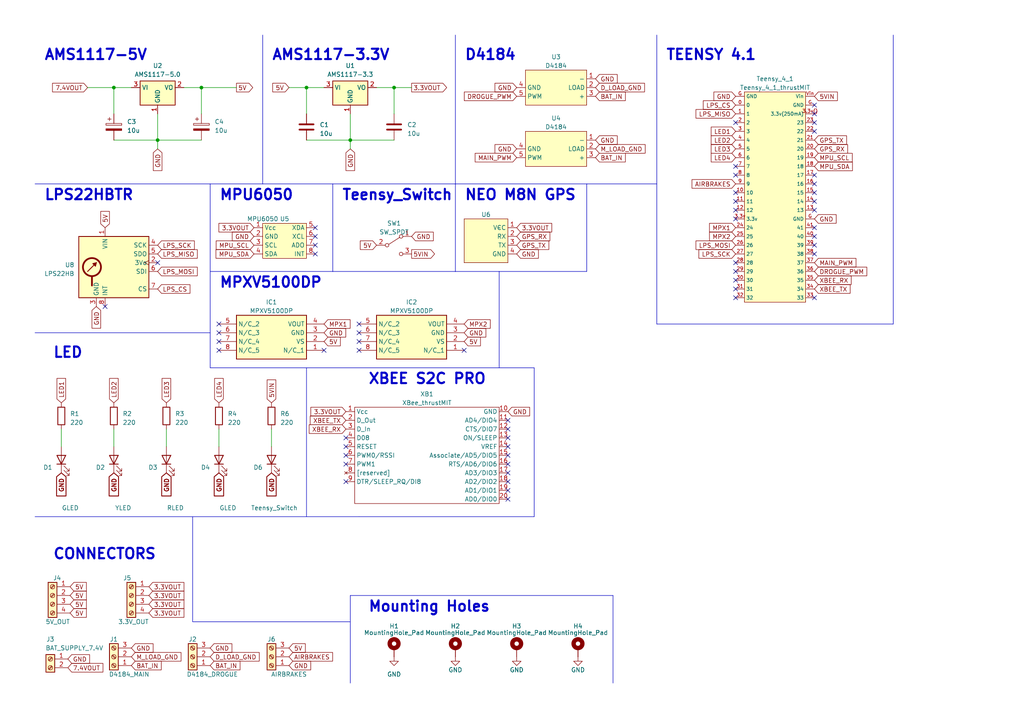
<source format=kicad_sch>
(kicad_sch (version 20230121) (generator eeschema)

  (uuid 14d879e3-075b-436f-b660-42f47e32b668)

  (paper "A4")

  (lib_symbols
    (symbol "Connector:Screw_Terminal_01x02" (pin_names (offset 1.016) hide) (in_bom yes) (on_board yes)
      (property "Reference" "J" (at 0 2.54 0)
        (effects (font (size 1.27 1.27)))
      )
      (property "Value" "Screw_Terminal_01x02" (at 0 -5.08 0)
        (effects (font (size 1.27 1.27)))
      )
      (property "Footprint" "" (at 0 0 0)
        (effects (font (size 1.27 1.27)) hide)
      )
      (property "Datasheet" "~" (at 0 0 0)
        (effects (font (size 1.27 1.27)) hide)
      )
      (property "ki_keywords" "screw terminal" (at 0 0 0)
        (effects (font (size 1.27 1.27)) hide)
      )
      (property "ki_description" "Generic screw terminal, single row, 01x02, script generated (kicad-library-utils/schlib/autogen/connector/)" (at 0 0 0)
        (effects (font (size 1.27 1.27)) hide)
      )
      (property "ki_fp_filters" "TerminalBlock*:*" (at 0 0 0)
        (effects (font (size 1.27 1.27)) hide)
      )
      (symbol "Screw_Terminal_01x02_1_1"
        (rectangle (start -1.27 1.27) (end 1.27 -3.81)
          (stroke (width 0.254) (type default))
          (fill (type background))
        )
        (circle (center 0 -2.54) (radius 0.635)
          (stroke (width 0.1524) (type default))
          (fill (type none))
        )
        (polyline
          (pts
            (xy -0.5334 -2.2098)
            (xy 0.3302 -3.048)
          )
          (stroke (width 0.1524) (type default))
          (fill (type none))
        )
        (polyline
          (pts
            (xy -0.5334 0.3302)
            (xy 0.3302 -0.508)
          )
          (stroke (width 0.1524) (type default))
          (fill (type none))
        )
        (polyline
          (pts
            (xy -0.3556 -2.032)
            (xy 0.508 -2.8702)
          )
          (stroke (width 0.1524) (type default))
          (fill (type none))
        )
        (polyline
          (pts
            (xy -0.3556 0.508)
            (xy 0.508 -0.3302)
          )
          (stroke (width 0.1524) (type default))
          (fill (type none))
        )
        (circle (center 0 0) (radius 0.635)
          (stroke (width 0.1524) (type default))
          (fill (type none))
        )
        (pin passive line (at -5.08 0 0) (length 3.81)
          (name "Pin_1" (effects (font (size 1.27 1.27))))
          (number "1" (effects (font (size 1.27 1.27))))
        )
        (pin passive line (at -5.08 -2.54 0) (length 3.81)
          (name "Pin_2" (effects (font (size 1.27 1.27))))
          (number "2" (effects (font (size 1.27 1.27))))
        )
      )
    )
    (symbol "Connector:Screw_Terminal_01x03" (pin_names (offset 1.016) hide) (in_bom yes) (on_board yes)
      (property "Reference" "J" (at 0 5.08 0)
        (effects (font (size 1.27 1.27)))
      )
      (property "Value" "Screw_Terminal_01x03" (at 0 -5.08 0)
        (effects (font (size 1.27 1.27)))
      )
      (property "Footprint" "" (at 0 0 0)
        (effects (font (size 1.27 1.27)) hide)
      )
      (property "Datasheet" "~" (at 0 0 0)
        (effects (font (size 1.27 1.27)) hide)
      )
      (property "ki_keywords" "screw terminal" (at 0 0 0)
        (effects (font (size 1.27 1.27)) hide)
      )
      (property "ki_description" "Generic screw terminal, single row, 01x03, script generated (kicad-library-utils/schlib/autogen/connector/)" (at 0 0 0)
        (effects (font (size 1.27 1.27)) hide)
      )
      (property "ki_fp_filters" "TerminalBlock*:*" (at 0 0 0)
        (effects (font (size 1.27 1.27)) hide)
      )
      (symbol "Screw_Terminal_01x03_1_1"
        (rectangle (start -1.27 3.81) (end 1.27 -3.81)
          (stroke (width 0.254) (type default))
          (fill (type background))
        )
        (circle (center 0 -2.54) (radius 0.635)
          (stroke (width 0.1524) (type default))
          (fill (type none))
        )
        (polyline
          (pts
            (xy -0.5334 -2.2098)
            (xy 0.3302 -3.048)
          )
          (stroke (width 0.1524) (type default))
          (fill (type none))
        )
        (polyline
          (pts
            (xy -0.5334 0.3302)
            (xy 0.3302 -0.508)
          )
          (stroke (width 0.1524) (type default))
          (fill (type none))
        )
        (polyline
          (pts
            (xy -0.5334 2.8702)
            (xy 0.3302 2.032)
          )
          (stroke (width 0.1524) (type default))
          (fill (type none))
        )
        (polyline
          (pts
            (xy -0.3556 -2.032)
            (xy 0.508 -2.8702)
          )
          (stroke (width 0.1524) (type default))
          (fill (type none))
        )
        (polyline
          (pts
            (xy -0.3556 0.508)
            (xy 0.508 -0.3302)
          )
          (stroke (width 0.1524) (type default))
          (fill (type none))
        )
        (polyline
          (pts
            (xy -0.3556 3.048)
            (xy 0.508 2.2098)
          )
          (stroke (width 0.1524) (type default))
          (fill (type none))
        )
        (circle (center 0 0) (radius 0.635)
          (stroke (width 0.1524) (type default))
          (fill (type none))
        )
        (circle (center 0 2.54) (radius 0.635)
          (stroke (width 0.1524) (type default))
          (fill (type none))
        )
        (pin passive line (at -5.08 2.54 0) (length 3.81)
          (name "Pin_1" (effects (font (size 1.27 1.27))))
          (number "1" (effects (font (size 1.27 1.27))))
        )
        (pin passive line (at -5.08 0 0) (length 3.81)
          (name "Pin_2" (effects (font (size 1.27 1.27))))
          (number "2" (effects (font (size 1.27 1.27))))
        )
        (pin passive line (at -5.08 -2.54 0) (length 3.81)
          (name "Pin_3" (effects (font (size 1.27 1.27))))
          (number "3" (effects (font (size 1.27 1.27))))
        )
      )
    )
    (symbol "Connector:Screw_Terminal_01x04" (pin_names (offset 1.016) hide) (in_bom yes) (on_board yes)
      (property "Reference" "J" (at 0 5.08 0)
        (effects (font (size 1.27 1.27)))
      )
      (property "Value" "Screw_Terminal_01x04" (at 0 -7.62 0)
        (effects (font (size 1.27 1.27)))
      )
      (property "Footprint" "" (at 0 0 0)
        (effects (font (size 1.27 1.27)) hide)
      )
      (property "Datasheet" "~" (at 0 0 0)
        (effects (font (size 1.27 1.27)) hide)
      )
      (property "ki_keywords" "screw terminal" (at 0 0 0)
        (effects (font (size 1.27 1.27)) hide)
      )
      (property "ki_description" "Generic screw terminal, single row, 01x04, script generated (kicad-library-utils/schlib/autogen/connector/)" (at 0 0 0)
        (effects (font (size 1.27 1.27)) hide)
      )
      (property "ki_fp_filters" "TerminalBlock*:*" (at 0 0 0)
        (effects (font (size 1.27 1.27)) hide)
      )
      (symbol "Screw_Terminal_01x04_1_1"
        (rectangle (start -1.27 3.81) (end 1.27 -6.35)
          (stroke (width 0.254) (type default))
          (fill (type background))
        )
        (circle (center 0 -5.08) (radius 0.635)
          (stroke (width 0.1524) (type default))
          (fill (type none))
        )
        (circle (center 0 -2.54) (radius 0.635)
          (stroke (width 0.1524) (type default))
          (fill (type none))
        )
        (polyline
          (pts
            (xy -0.5334 -4.7498)
            (xy 0.3302 -5.588)
          )
          (stroke (width 0.1524) (type default))
          (fill (type none))
        )
        (polyline
          (pts
            (xy -0.5334 -2.2098)
            (xy 0.3302 -3.048)
          )
          (stroke (width 0.1524) (type default))
          (fill (type none))
        )
        (polyline
          (pts
            (xy -0.5334 0.3302)
            (xy 0.3302 -0.508)
          )
          (stroke (width 0.1524) (type default))
          (fill (type none))
        )
        (polyline
          (pts
            (xy -0.5334 2.8702)
            (xy 0.3302 2.032)
          )
          (stroke (width 0.1524) (type default))
          (fill (type none))
        )
        (polyline
          (pts
            (xy -0.3556 -4.572)
            (xy 0.508 -5.4102)
          )
          (stroke (width 0.1524) (type default))
          (fill (type none))
        )
        (polyline
          (pts
            (xy -0.3556 -2.032)
            (xy 0.508 -2.8702)
          )
          (stroke (width 0.1524) (type default))
          (fill (type none))
        )
        (polyline
          (pts
            (xy -0.3556 0.508)
            (xy 0.508 -0.3302)
          )
          (stroke (width 0.1524) (type default))
          (fill (type none))
        )
        (polyline
          (pts
            (xy -0.3556 3.048)
            (xy 0.508 2.2098)
          )
          (stroke (width 0.1524) (type default))
          (fill (type none))
        )
        (circle (center 0 0) (radius 0.635)
          (stroke (width 0.1524) (type default))
          (fill (type none))
        )
        (circle (center 0 2.54) (radius 0.635)
          (stroke (width 0.1524) (type default))
          (fill (type none))
        )
        (pin passive line (at -5.08 2.54 0) (length 3.81)
          (name "Pin_1" (effects (font (size 1.27 1.27))))
          (number "1" (effects (font (size 1.27 1.27))))
        )
        (pin passive line (at -5.08 0 0) (length 3.81)
          (name "Pin_2" (effects (font (size 1.27 1.27))))
          (number "2" (effects (font (size 1.27 1.27))))
        )
        (pin passive line (at -5.08 -2.54 0) (length 3.81)
          (name "Pin_3" (effects (font (size 1.27 1.27))))
          (number "3" (effects (font (size 1.27 1.27))))
        )
        (pin passive line (at -5.08 -5.08 0) (length 3.81)
          (name "Pin_4" (effects (font (size 1.27 1.27))))
          (number "4" (effects (font (size 1.27 1.27))))
        )
      )
    )
    (symbol "D4184_1" (in_bom yes) (on_board yes)
      (property "Reference" "U4" (at 6.35 8.89 0)
        (effects (font (size 1.27 1.27)))
      )
      (property "Value" "D4184" (at 6.35 6.35 0)
        (effects (font (size 1.27 1.27)))
      )
      (property "Footprint" "LIB_2024:D4184_FINAL" (at 7.62 -7.62 0)
        (effects (font (size 1.27 1.27)) hide)
      )
      (property "Datasheet" "" (at 0 0 0)
        (effects (font (size 1.27 1.27)) hide)
      )
      (symbol "D4184_1_1_1"
        (rectangle (start -2.54 5.08) (end 15.24 -5.08)
          (stroke (width 0) (type default))
          (fill (type background))
        )
        (pin power_in line (at 17.78 2.54 180) (length 2.54)
          (name "-" (effects (font (size 1.27 1.27))))
          (number "1" (effects (font (size 1.27 1.27))))
        )
        (pin power_in line (at 17.78 0 180) (length 2.54)
          (name "LOAD" (effects (font (size 1.27 1.27))))
          (number "2" (effects (font (size 1.27 1.27))))
        )
        (pin power_in line (at 17.78 -2.54 180) (length 2.54)
          (name "+" (effects (font (size 1.27 1.27))))
          (number "3" (effects (font (size 1.27 1.27))))
        )
        (pin power_in line (at -5.08 0 0) (length 2.54)
          (name "GND" (effects (font (size 1.27 1.27))))
          (number "4" (effects (font (size 1.27 1.27))))
        )
        (pin input line (at -5.08 -2.54 0) (length 2.54)
          (name "PWM" (effects (font (size 1.27 1.27))))
          (number "5" (effects (font (size 1.27 1.27))))
        )
      )
    )
    (symbol "Device:C" (pin_numbers hide) (pin_names (offset 0.254)) (in_bom yes) (on_board yes)
      (property "Reference" "C" (at 0.635 2.54 0)
        (effects (font (size 1.27 1.27)) (justify left))
      )
      (property "Value" "C" (at 0.635 -2.54 0)
        (effects (font (size 1.27 1.27)) (justify left))
      )
      (property "Footprint" "" (at 0.9652 -3.81 0)
        (effects (font (size 1.27 1.27)) hide)
      )
      (property "Datasheet" "~" (at 0 0 0)
        (effects (font (size 1.27 1.27)) hide)
      )
      (property "ki_keywords" "cap capacitor" (at 0 0 0)
        (effects (font (size 1.27 1.27)) hide)
      )
      (property "ki_description" "Unpolarized capacitor" (at 0 0 0)
        (effects (font (size 1.27 1.27)) hide)
      )
      (property "ki_fp_filters" "C_*" (at 0 0 0)
        (effects (font (size 1.27 1.27)) hide)
      )
      (symbol "C_0_1"
        (polyline
          (pts
            (xy -2.032 -0.762)
            (xy 2.032 -0.762)
          )
          (stroke (width 0.508) (type default))
          (fill (type none))
        )
        (polyline
          (pts
            (xy -2.032 0.762)
            (xy 2.032 0.762)
          )
          (stroke (width 0.508) (type default))
          (fill (type none))
        )
      )
      (symbol "C_1_1"
        (pin passive line (at 0 3.81 270) (length 2.794)
          (name "~" (effects (font (size 1.27 1.27))))
          (number "1" (effects (font (size 1.27 1.27))))
        )
        (pin passive line (at 0 -3.81 90) (length 2.794)
          (name "~" (effects (font (size 1.27 1.27))))
          (number "2" (effects (font (size 1.27 1.27))))
        )
      )
    )
    (symbol "Device:C_Polarized" (pin_numbers hide) (pin_names (offset 0.254)) (in_bom yes) (on_board yes)
      (property "Reference" "C" (at 0.635 2.54 0)
        (effects (font (size 1.27 1.27)) (justify left))
      )
      (property "Value" "C_Polarized" (at 0.635 -2.54 0)
        (effects (font (size 1.27 1.27)) (justify left))
      )
      (property "Footprint" "" (at 0.9652 -3.81 0)
        (effects (font (size 1.27 1.27)) hide)
      )
      (property "Datasheet" "~" (at 0 0 0)
        (effects (font (size 1.27 1.27)) hide)
      )
      (property "ki_keywords" "cap capacitor" (at 0 0 0)
        (effects (font (size 1.27 1.27)) hide)
      )
      (property "ki_description" "Polarized capacitor" (at 0 0 0)
        (effects (font (size 1.27 1.27)) hide)
      )
      (property "ki_fp_filters" "CP_*" (at 0 0 0)
        (effects (font (size 1.27 1.27)) hide)
      )
      (symbol "C_Polarized_0_1"
        (rectangle (start -2.286 0.508) (end 2.286 1.016)
          (stroke (width 0) (type default))
          (fill (type none))
        )
        (polyline
          (pts
            (xy -1.778 2.286)
            (xy -0.762 2.286)
          )
          (stroke (width 0) (type default))
          (fill (type none))
        )
        (polyline
          (pts
            (xy -1.27 2.794)
            (xy -1.27 1.778)
          )
          (stroke (width 0) (type default))
          (fill (type none))
        )
        (rectangle (start 2.286 -0.508) (end -2.286 -1.016)
          (stroke (width 0) (type default))
          (fill (type outline))
        )
      )
      (symbol "C_Polarized_1_1"
        (pin passive line (at 0 3.81 270) (length 2.794)
          (name "~" (effects (font (size 1.27 1.27))))
          (number "1" (effects (font (size 1.27 1.27))))
        )
        (pin passive line (at 0 -3.81 90) (length 2.794)
          (name "~" (effects (font (size 1.27 1.27))))
          (number "2" (effects (font (size 1.27 1.27))))
        )
      )
    )
    (symbol "Device:LED" (pin_numbers hide) (pin_names (offset 1.016) hide) (in_bom yes) (on_board yes)
      (property "Reference" "D" (at 0 2.54 0)
        (effects (font (size 1.27 1.27)))
      )
      (property "Value" "LED" (at 0 -2.54 0)
        (effects (font (size 1.27 1.27)))
      )
      (property "Footprint" "" (at 0 0 0)
        (effects (font (size 1.27 1.27)) hide)
      )
      (property "Datasheet" "~" (at 0 0 0)
        (effects (font (size 1.27 1.27)) hide)
      )
      (property "ki_keywords" "LED diode" (at 0 0 0)
        (effects (font (size 1.27 1.27)) hide)
      )
      (property "ki_description" "Light emitting diode" (at 0 0 0)
        (effects (font (size 1.27 1.27)) hide)
      )
      (property "ki_fp_filters" "LED* LED_SMD:* LED_THT:*" (at 0 0 0)
        (effects (font (size 1.27 1.27)) hide)
      )
      (symbol "LED_0_1"
        (polyline
          (pts
            (xy -1.27 -1.27)
            (xy -1.27 1.27)
          )
          (stroke (width 0.254) (type default))
          (fill (type none))
        )
        (polyline
          (pts
            (xy -1.27 0)
            (xy 1.27 0)
          )
          (stroke (width 0) (type default))
          (fill (type none))
        )
        (polyline
          (pts
            (xy 1.27 -1.27)
            (xy 1.27 1.27)
            (xy -1.27 0)
            (xy 1.27 -1.27)
          )
          (stroke (width 0.254) (type default))
          (fill (type none))
        )
        (polyline
          (pts
            (xy -3.048 -0.762)
            (xy -4.572 -2.286)
            (xy -3.81 -2.286)
            (xy -4.572 -2.286)
            (xy -4.572 -1.524)
          )
          (stroke (width 0) (type default))
          (fill (type none))
        )
        (polyline
          (pts
            (xy -1.778 -0.762)
            (xy -3.302 -2.286)
            (xy -2.54 -2.286)
            (xy -3.302 -2.286)
            (xy -3.302 -1.524)
          )
          (stroke (width 0) (type default))
          (fill (type none))
        )
      )
      (symbol "LED_1_1"
        (pin passive line (at -3.81 0 0) (length 2.54)
          (name "K" (effects (font (size 1.27 1.27))))
          (number "1" (effects (font (size 1.27 1.27))))
        )
        (pin passive line (at 3.81 0 180) (length 2.54)
          (name "A" (effects (font (size 1.27 1.27))))
          (number "2" (effects (font (size 1.27 1.27))))
        )
      )
    )
    (symbol "Device:R" (pin_numbers hide) (pin_names (offset 0)) (in_bom yes) (on_board yes)
      (property "Reference" "R" (at 2.032 0 90)
        (effects (font (size 1.27 1.27)))
      )
      (property "Value" "R" (at 0 0 90)
        (effects (font (size 1.27 1.27)))
      )
      (property "Footprint" "" (at -1.778 0 90)
        (effects (font (size 1.27 1.27)) hide)
      )
      (property "Datasheet" "~" (at 0 0 0)
        (effects (font (size 1.27 1.27)) hide)
      )
      (property "ki_keywords" "R res resistor" (at 0 0 0)
        (effects (font (size 1.27 1.27)) hide)
      )
      (property "ki_description" "Resistor" (at 0 0 0)
        (effects (font (size 1.27 1.27)) hide)
      )
      (property "ki_fp_filters" "R_*" (at 0 0 0)
        (effects (font (size 1.27 1.27)) hide)
      )
      (symbol "R_0_1"
        (rectangle (start -1.016 -2.54) (end 1.016 2.54)
          (stroke (width 0.254) (type default))
          (fill (type none))
        )
      )
      (symbol "R_1_1"
        (pin passive line (at 0 3.81 270) (length 1.27)
          (name "~" (effects (font (size 1.27 1.27))))
          (number "1" (effects (font (size 1.27 1.27))))
        )
        (pin passive line (at 0 -3.81 90) (length 1.27)
          (name "~" (effects (font (size 1.27 1.27))))
          (number "2" (effects (font (size 1.27 1.27))))
        )
      )
    )
    (symbol "Mechanical:MountingHole_Pad" (pin_numbers hide) (pin_names (offset 1.016) hide) (in_bom yes) (on_board yes)
      (property "Reference" "H" (at 0 6.35 0)
        (effects (font (size 1.27 1.27)))
      )
      (property "Value" "MountingHole_Pad" (at 0 4.445 0)
        (effects (font (size 1.27 1.27)))
      )
      (property "Footprint" "" (at 0 0 0)
        (effects (font (size 1.27 1.27)) hide)
      )
      (property "Datasheet" "~" (at 0 0 0)
        (effects (font (size 1.27 1.27)) hide)
      )
      (property "ki_keywords" "mounting hole" (at 0 0 0)
        (effects (font (size 1.27 1.27)) hide)
      )
      (property "ki_description" "Mounting Hole with connection" (at 0 0 0)
        (effects (font (size 1.27 1.27)) hide)
      )
      (property "ki_fp_filters" "MountingHole*Pad*" (at 0 0 0)
        (effects (font (size 1.27 1.27)) hide)
      )
      (symbol "MountingHole_Pad_0_1"
        (circle (center 0 1.27) (radius 1.27)
          (stroke (width 1.27) (type default))
          (fill (type none))
        )
      )
      (symbol "MountingHole_Pad_1_1"
        (pin input line (at 0 -2.54 90) (length 2.54)
          (name "1" (effects (font (size 1.27 1.27))))
          (number "1" (effects (font (size 1.27 1.27))))
        )
      )
    )
    (symbol "Regulator_Linear:AMS1117-3.3" (in_bom yes) (on_board yes)
      (property "Reference" "U" (at -3.81 3.175 0)
        (effects (font (size 1.27 1.27)))
      )
      (property "Value" "AMS1117-3.3" (at 0 3.175 0)
        (effects (font (size 1.27 1.27)) (justify left))
      )
      (property "Footprint" "Package_TO_SOT_SMD:SOT-223-3_TabPin2" (at 0 5.08 0)
        (effects (font (size 1.27 1.27)) hide)
      )
      (property "Datasheet" "http://www.advanced-monolithic.com/pdf/ds1117.pdf" (at 2.54 -6.35 0)
        (effects (font (size 1.27 1.27)) hide)
      )
      (property "ki_keywords" "linear regulator ldo fixed positive" (at 0 0 0)
        (effects (font (size 1.27 1.27)) hide)
      )
      (property "ki_description" "1A Low Dropout regulator, positive, 3.3V fixed output, SOT-223" (at 0 0 0)
        (effects (font (size 1.27 1.27)) hide)
      )
      (property "ki_fp_filters" "SOT?223*TabPin2*" (at 0 0 0)
        (effects (font (size 1.27 1.27)) hide)
      )
      (symbol "AMS1117-3.3_0_1"
        (rectangle (start -5.08 -5.08) (end 5.08 1.905)
          (stroke (width 0.254) (type default))
          (fill (type background))
        )
      )
      (symbol "AMS1117-3.3_1_1"
        (pin power_in line (at 0 -7.62 90) (length 2.54)
          (name "GND" (effects (font (size 1.27 1.27))))
          (number "1" (effects (font (size 1.27 1.27))))
        )
        (pin power_out line (at 7.62 0 180) (length 2.54)
          (name "VO" (effects (font (size 1.27 1.27))))
          (number "2" (effects (font (size 1.27 1.27))))
        )
        (pin power_in line (at -7.62 0 0) (length 2.54)
          (name "VI" (effects (font (size 1.27 1.27))))
          (number "3" (effects (font (size 1.27 1.27))))
        )
      )
    )
    (symbol "Regulator_Linear:AMS1117-5.0" (in_bom yes) (on_board yes)
      (property "Reference" "U" (at -3.81 3.175 0)
        (effects (font (size 1.27 1.27)))
      )
      (property "Value" "AMS1117-5.0" (at 0 3.175 0)
        (effects (font (size 1.27 1.27)) (justify left))
      )
      (property "Footprint" "Package_TO_SOT_SMD:SOT-223-3_TabPin2" (at 0 5.08 0)
        (effects (font (size 1.27 1.27)) hide)
      )
      (property "Datasheet" "http://www.advanced-monolithic.com/pdf/ds1117.pdf" (at 2.54 -6.35 0)
        (effects (font (size 1.27 1.27)) hide)
      )
      (property "ki_keywords" "linear regulator ldo fixed positive" (at 0 0 0)
        (effects (font (size 1.27 1.27)) hide)
      )
      (property "ki_description" "1A Low Dropout regulator, positive, 5.0V fixed output, SOT-223" (at 0 0 0)
        (effects (font (size 1.27 1.27)) hide)
      )
      (property "ki_fp_filters" "SOT?223*TabPin2*" (at 0 0 0)
        (effects (font (size 1.27 1.27)) hide)
      )
      (symbol "AMS1117-5.0_0_1"
        (rectangle (start -5.08 -5.08) (end 5.08 1.905)
          (stroke (width 0.254) (type default))
          (fill (type background))
        )
      )
      (symbol "AMS1117-5.0_1_1"
        (pin power_in line (at 0 -7.62 90) (length 2.54)
          (name "GND" (effects (font (size 1.27 1.27))))
          (number "1" (effects (font (size 1.27 1.27))))
        )
        (pin power_out line (at 7.62 0 180) (length 2.54)
          (name "VO" (effects (font (size 1.27 1.27))))
          (number "2" (effects (font (size 1.27 1.27))))
        )
        (pin power_in line (at -7.62 0 0) (length 2.54)
          (name "VI" (effects (font (size 1.27 1.27))))
          (number "3" (effects (font (size 1.27 1.27))))
        )
      )
    )
    (symbol "SYM_LIB_2024:MPU6050" (in_bom yes) (on_board yes)
      (property "Reference" "U" (at -5.08 5.08 0)
        (effects (font (size 1.27 1.27)))
      )
      (property "Value" "" (at -5.08 5.08 0)
        (effects (font (size 1.27 1.27)))
      )
      (property "Footprint" "" (at -5.08 5.08 0)
        (effects (font (size 1.27 1.27)) hide)
      )
      (property "Datasheet" "" (at -5.08 5.08 0)
        (effects (font (size 1.27 1.27)) hide)
      )
      (symbol "MPU6050_1_1"
        (rectangle (start -5.08 3.81) (end 7.62 -6.35)
          (stroke (width 0) (type default))
          (fill (type background))
        )
        (pin power_in line (at -7.62 2.54 0) (length 2.54)
          (name "Vcc" (effects (font (size 1.27 1.27))))
          (number "1" (effects (font (size 1.27 1.27))))
        )
        (pin power_in line (at -7.62 0 0) (length 2.54)
          (name "GND" (effects (font (size 1.27 1.27))))
          (number "2" (effects (font (size 1.27 1.27))))
        )
        (pin input line (at -7.62 -2.54 0) (length 2.54)
          (name "SCL" (effects (font (size 1.27 1.27))))
          (number "3" (effects (font (size 1.27 1.27))))
        )
        (pin bidirectional line (at -7.62 -5.08 0) (length 2.54)
          (name "SDA" (effects (font (size 1.27 1.27))))
          (number "4" (effects (font (size 1.27 1.27))))
        )
        (pin bidirectional line (at 10.16 2.54 180) (length 2.54)
          (name "XDA" (effects (font (size 1.27 1.27))))
          (number "5" (effects (font (size 1.27 1.27))))
        )
        (pin input line (at 10.16 0 180) (length 2.54)
          (name "XCL" (effects (font (size 1.27 1.27))))
          (number "6" (effects (font (size 1.27 1.27))))
        )
        (pin bidirectional line (at 10.16 -2.54 180) (length 2.54)
          (name "ADO" (effects (font (size 1.27 1.27))))
          (number "7" (effects (font (size 1.27 1.27))))
        )
        (pin bidirectional line (at 10.16 -5.08 180) (length 2.54)
          (name "INT" (effects (font (size 1.27 1.27))))
          (number "8" (effects (font (size 1.27 1.27))))
        )
      )
    )
    (symbol "SYM_LIB_2024:MPXV5100DP" (in_bom yes) (on_board yes)
      (property "Reference" "IC" (at 26.67 7.62 0)
        (effects (font (size 1.27 1.27)) (justify left top))
      )
      (property "Value" "MPXV5100DP" (at 26.67 5.08 0)
        (effects (font (size 1.27 1.27)) (justify left top))
      )
      (property "Footprint" "MPXV5100DP" (at 26.67 -94.92 0)
        (effects (font (size 1.27 1.27)) (justify left top) hide)
      )
      (property "Datasheet" "http://www.nxp.com/docs/en/data-sheet/MPX5100.pdf" (at 26.67 -194.92 0)
        (effects (font (size 1.27 1.27)) (justify left top) hide)
      )
      (property "Height" "9.906" (at 26.67 -394.92 0)
        (effects (font (size 1.27 1.27)) (justify left top) hide)
      )
      (property "Manufacturer_Name" "NXP" (at 26.67 -494.92 0)
        (effects (font (size 1.27 1.27)) (justify left top) hide)
      )
      (property "Manufacturer_Part_Number" "MPXV5100DP" (at 26.67 -594.92 0)
        (effects (font (size 1.27 1.27)) (justify left top) hide)
      )
      (property "Mouser Part Number" "841-MPXV5100DP" (at 26.67 -694.92 0)
        (effects (font (size 1.27 1.27)) (justify left top) hide)
      )
      (property "Mouser Price/Stock" "https://www.mouser.co.uk/ProductDetail/NXP-Semiconductors/MPXV5100DP?qs=N2XN0KY4UWWGL2ImuT%2FJ1w%3D%3D" (at 26.67 -794.92 0)
        (effects (font (size 1.27 1.27)) (justify left top) hide)
      )
      (property "Arrow Part Number" "MPXV5100DP" (at 26.67 -894.92 0)
        (effects (font (size 1.27 1.27)) (justify left top) hide)
      )
      (property "Arrow Price/Stock" "https://www.arrow.com/en/products/mpxv5100dp/nxp-semiconductors?region=nac" (at 26.67 -994.92 0)
        (effects (font (size 1.27 1.27)) (justify left top) hide)
      )
      (property "ki_description" "Board Mount Pressure Sensors SOP DUAL PORT" (at 0 0 0)
        (effects (font (size 1.27 1.27)) hide)
      )
      (symbol "MPXV5100DP_1_1"
        (rectangle (start 5.08 2.54) (end 25.4 -10.16)
          (stroke (width 0.254) (type default))
          (fill (type background))
        )
        (pin passive line (at 30.48 -7.62 180) (length 5.08)
          (name "N/C_1" (effects (font (size 1.27 1.27))))
          (number "1" (effects (font (size 1.27 1.27))))
        )
        (pin passive line (at 30.48 -5.08 180) (length 5.08)
          (name "VS" (effects (font (size 1.27 1.27))))
          (number "2" (effects (font (size 1.27 1.27))))
        )
        (pin passive line (at 30.48 -2.54 180) (length 5.08)
          (name "GND" (effects (font (size 1.27 1.27))))
          (number "3" (effects (font (size 1.27 1.27))))
        )
        (pin passive line (at 30.48 0 180) (length 5.08)
          (name "VOUT" (effects (font (size 1.27 1.27))))
          (number "4" (effects (font (size 1.27 1.27))))
        )
        (pin passive line (at 0 0 0) (length 5.08)
          (name "N/C_2" (effects (font (size 1.27 1.27))))
          (number "5" (effects (font (size 1.27 1.27))))
        )
        (pin passive line (at 0 -2.54 0) (length 5.08)
          (name "N/C_3" (effects (font (size 1.27 1.27))))
          (number "6" (effects (font (size 1.27 1.27))))
        )
        (pin passive line (at 0 -5.08 0) (length 5.08)
          (name "N/C_4" (effects (font (size 1.27 1.27))))
          (number "7" (effects (font (size 1.27 1.27))))
        )
        (pin passive line (at 0 -7.62 0) (length 5.08)
          (name "N/C_5" (effects (font (size 1.27 1.27))))
          (number "8" (effects (font (size 1.27 1.27))))
        )
      )
    )
    (symbol "SYM_LIB_2024:NEO_M8N" (in_bom yes) (on_board yes)
      (property "Reference" "U" (at -7.62 -2.54 0)
        (effects (font (size 1.27 1.27)))
      )
      (property "Value" "" (at 0 0 0)
        (effects (font (size 1.27 1.27)))
      )
      (property "Footprint" "" (at 0 0 0)
        (effects (font (size 1.27 1.27)) hide)
      )
      (property "Datasheet" "" (at 0 0 0)
        (effects (font (size 1.27 1.27)) hide)
      )
      (symbol "NEO_M8N_1_1"
        (rectangle (start -10.16 2.54) (end 2.54 -10.16)
          (stroke (width 0) (type default))
          (fill (type background))
        )
        (pin power_in line (at 5.08 0 180) (length 2.54)
          (name "VCC" (effects (font (size 1.27 1.27))))
          (number "1" (effects (font (size 1.27 1.27))))
        )
        (pin input line (at 5.08 -2.54 180) (length 2.54)
          (name "RX" (effects (font (size 1.27 1.27))))
          (number "2" (effects (font (size 1.27 1.27))))
        )
        (pin input line (at 5.08 -5.08 180) (length 2.54)
          (name "TX" (effects (font (size 1.27 1.27))))
          (number "3" (effects (font (size 1.27 1.27))))
        )
        (pin power_in line (at 5.08 -7.62 180) (length 2.54)
          (name "GND" (effects (font (size 1.27 1.27))))
          (number "4" (effects (font (size 1.27 1.27))))
        )
      )
    )
    (symbol "Switch:SW_SPDT" (pin_names (offset 0) hide) (in_bom yes) (on_board yes)
      (property "Reference" "SW" (at 0 4.318 0)
        (effects (font (size 1.27 1.27)))
      )
      (property "Value" "SW_SPDT" (at 0 -5.08 0)
        (effects (font (size 1.27 1.27)))
      )
      (property "Footprint" "" (at 0 0 0)
        (effects (font (size 1.27 1.27)) hide)
      )
      (property "Datasheet" "~" (at 0 0 0)
        (effects (font (size 1.27 1.27)) hide)
      )
      (property "ki_keywords" "switch single-pole double-throw spdt ON-ON" (at 0 0 0)
        (effects (font (size 1.27 1.27)) hide)
      )
      (property "ki_description" "Switch, single pole double throw" (at 0 0 0)
        (effects (font (size 1.27 1.27)) hide)
      )
      (symbol "SW_SPDT_0_0"
        (circle (center -2.032 0) (radius 0.508)
          (stroke (width 0) (type default))
          (fill (type none))
        )
        (circle (center 2.032 -2.54) (radius 0.508)
          (stroke (width 0) (type default))
          (fill (type none))
        )
      )
      (symbol "SW_SPDT_0_1"
        (polyline
          (pts
            (xy -1.524 0.254)
            (xy 1.651 2.286)
          )
          (stroke (width 0) (type default))
          (fill (type none))
        )
        (circle (center 2.032 2.54) (radius 0.508)
          (stroke (width 0) (type default))
          (fill (type none))
        )
      )
      (symbol "SW_SPDT_1_1"
        (pin passive line (at 5.08 2.54 180) (length 2.54)
          (name "A" (effects (font (size 1.27 1.27))))
          (number "1" (effects (font (size 1.27 1.27))))
        )
        (pin passive line (at -5.08 0 0) (length 2.54)
          (name "B" (effects (font (size 1.27 1.27))))
          (number "2" (effects (font (size 1.27 1.27))))
        )
        (pin passive line (at 5.08 -2.54 180) (length 2.54)
          (name "C" (effects (font (size 1.27 1.27))))
          (number "3" (effects (font (size 1.27 1.27))))
        )
      )
    )
    (symbol "Teensy_4_1_thrustMIT:Teensy_4_1_thrustMIT" (in_bom yes) (on_board yes)
      (property "Reference" "Teensy_4_1" (at 0 3.81 0)
        (effects (font (size 1.27 1.27)))
      )
      (property "Value" "Teensy_4_1_thrustMIT" (at 0 1.27 0)
        (effects (font (size 1.27 1.27)))
      )
      (property "Footprint" "Teensy4_1_thrustMIT:Teensy_4_1_thrustMIT" (at 0 2.54 0)
        (effects (font (size 1.27 1.27)) hide)
      )
      (property "Datasheet" "" (at 0 2.54 0)
        (effects (font (size 1.27 1.27)) hide)
      )
      (symbol "Teensy_4_1_thrustMIT_1_1"
        (rectangle (start -8.89 0) (end 8.89 -60.96)
          (stroke (width 0) (type default))
          (fill (type background))
        )
        (pin bidirectional line (at -11.43 -3.81 0) (length 2.54)
          (name "0" (effects (font (size 1 1))))
          (number "0" (effects (font (size 1 1))))
        )
        (pin bidirectional line (at -11.43 -6.35 0) (length 2.54)
          (name "1" (effects (font (size 1 1))))
          (number "1" (effects (font (size 1 1))))
        )
        (pin bidirectional line (at -11.43 -29.21 0) (length 2.54)
          (name "10" (effects (font (size 1 1))))
          (number "10" (effects (font (size 1 1))))
        )
        (pin bidirectional line (at -11.43 -31.75 0) (length 2.54)
          (name "11" (effects (font (size 1 1))))
          (number "11" (effects (font (size 1 1))))
        )
        (pin bidirectional line (at -11.43 -34.29 0) (length 2.54)
          (name "12" (effects (font (size 1 1))))
          (number "12" (effects (font (size 1 1))))
        )
        (pin bidirectional line (at 11.43 -34.29 180) (length 2.54)
          (name "13" (effects (font (size 1 1))))
          (number "13" (effects (font (size 1 1))))
        )
        (pin bidirectional line (at 11.43 -31.75 180) (length 2.54)
          (name "14" (effects (font (size 1 1))))
          (number "14" (effects (font (size 1 1))))
        )
        (pin bidirectional line (at 11.43 -29.21 180) (length 2.54)
          (name "15" (effects (font (size 1 1))))
          (number "15" (effects (font (size 1 1))))
        )
        (pin bidirectional line (at 11.43 -26.67 180) (length 2.54)
          (name "16" (effects (font (size 1 1))))
          (number "16" (effects (font (size 1 1))))
        )
        (pin unspecified line (at 11.43 -24.13 180) (length 2.54)
          (name "17" (effects (font (size 1 1))))
          (number "17" (effects (font (size 1 1))))
        )
        (pin bidirectional line (at 11.43 -21.59 180) (length 2.54)
          (name "18" (effects (font (size 1 1))))
          (number "18" (effects (font (size 1 1))))
        )
        (pin bidirectional line (at 11.43 -19.05 180) (length 2.54)
          (name "19" (effects (font (size 1 1))))
          (number "19" (effects (font (size 1 1))))
        )
        (pin bidirectional line (at -11.43 -8.89 0) (length 2.54)
          (name "2" (effects (font (size 1 1))))
          (number "2" (effects (font (size 1 1))))
        )
        (pin bidirectional line (at 11.43 -16.51 180) (length 2.54)
          (name "20" (effects (font (size 1 1))))
          (number "20" (effects (font (size 1 1))))
        )
        (pin bidirectional line (at 11.43 -13.97 180) (length 2.54)
          (name "21" (effects (font (size 1 1))))
          (number "21" (effects (font (size 1 1))))
        )
        (pin bidirectional line (at 11.43 -11.43 180) (length 2.54)
          (name "22" (effects (font (size 1 1))))
          (number "22" (effects (font (size 1 1))))
        )
        (pin bidirectional line (at 11.43 -8.89 180) (length 2.54)
          (name "23" (effects (font (size 1 1))))
          (number "23" (effects (font (size 1 1))))
        )
        (pin bidirectional line (at -11.43 -39.37 0) (length 2.54)
          (name "24" (effects (font (size 1 1))))
          (number "24" (effects (font (size 1 1))))
        )
        (pin bidirectional line (at -11.43 -41.91 0) (length 2.54)
          (name "25" (effects (font (size 1 1))))
          (number "25" (effects (font (size 1 1))))
        )
        (pin bidirectional line (at -11.43 -44.45 0) (length 2.54)
          (name "26" (effects (font (size 1 1))))
          (number "26" (effects (font (size 1 1))))
        )
        (pin bidirectional line (at -11.43 -46.99 0) (length 2.54)
          (name "27" (effects (font (size 1 1))))
          (number "27" (effects (font (size 1 1))))
        )
        (pin bidirectional line (at -11.43 -49.53 0) (length 2.54)
          (name "28" (effects (font (size 1 1))))
          (number "28" (effects (font (size 1 1))))
        )
        (pin bidirectional line (at -11.43 -52.07 0) (length 2.54)
          (name "29" (effects (font (size 1 1))))
          (number "29" (effects (font (size 1 1))))
        )
        (pin bidirectional line (at -11.43 -11.43 0) (length 2.54)
          (name "3" (effects (font (size 1 1))))
          (number "3" (effects (font (size 1 1))))
        )
        (pin unspecified line (at -11.43 -36.83 0) (length 2.54)
          (name "3.3v" (effects (font (size 1 1))))
          (number "3.3v" (effects (font (size 1 1))))
        )
        (pin unspecified line (at 11.43 -6.35 180) (length 2.54)
          (name "3.3v(250mA)" (effects (font (size 1 1))))
          (number "3.3v()" (effects (font (size 1 1))))
        )
        (pin bidirectional line (at -11.43 -54.61 0) (length 2.54)
          (name "30" (effects (font (size 1 1))))
          (number "30" (effects (font (size 1 1))))
        )
        (pin bidirectional line (at -11.43 -57.15 0) (length 2.54)
          (name "31" (effects (font (size 1 1))))
          (number "31" (effects (font (size 1 1))))
        )
        (pin bidirectional line (at -11.43 -59.69 0) (length 2.54)
          (name "32" (effects (font (size 1 1))))
          (number "32" (effects (font (size 1 1))))
        )
        (pin bidirectional line (at 11.43 -59.69 180) (length 2.54)
          (name "33" (effects (font (size 1 1))))
          (number "33" (effects (font (size 1 1))))
        )
        (pin bidirectional line (at 11.43 -57.15 180) (length 2.54)
          (name "34" (effects (font (size 1 1))))
          (number "34" (effects (font (size 1 1))))
        )
        (pin bidirectional line (at 11.43 -54.61 180) (length 2.54)
          (name "35" (effects (font (size 1 1))))
          (number "35" (effects (font (size 1 1))))
        )
        (pin bidirectional line (at 11.43 -52.07 180) (length 2.54)
          (name "36" (effects (font (size 1 1))))
          (number "36" (effects (font (size 1 1))))
        )
        (pin bidirectional line (at 11.43 -49.53 180) (length 2.54)
          (name "37" (effects (font (size 1 1))))
          (number "37" (effects (font (size 1 1))))
        )
        (pin bidirectional line (at 11.43 -46.99 180) (length 2.54)
          (name "38" (effects (font (size 1 1))))
          (number "38" (effects (font (size 1 1))))
        )
        (pin bidirectional line (at 11.43 -44.45 180) (length 2.54)
          (name "39" (effects (font (size 1 1))))
          (number "39" (effects (font (size 1 1))))
        )
        (pin bidirectional line (at -11.43 -13.97 0) (length 2.54)
          (name "4" (effects (font (size 1 1))))
          (number "4" (effects (font (size 1 1))))
        )
        (pin bidirectional line (at 11.43 -41.91 180) (length 2.54)
          (name "40" (effects (font (size 1 1))))
          (number "40" (effects (font (size 1 1))))
        )
        (pin bidirectional line (at 11.43 -39.37 180) (length 2.54)
          (name "41" (effects (font (size 1 1))))
          (number "41" (effects (font (size 1 1))))
        )
        (pin bidirectional line (at -11.43 -16.51 0) (length 2.54)
          (name "5" (effects (font (size 1 1))))
          (number "5" (effects (font (size 1 1))))
        )
        (pin bidirectional line (at -11.43 -19.05 0) (length 2.54)
          (name "6" (effects (font (size 1 1))))
          (number "6" (effects (font (size 1 1))))
        )
        (pin bidirectional line (at -11.43 -21.59 0) (length 2.54)
          (name "7" (effects (font (size 1 1))))
          (number "7" (effects (font (size 1 1))))
        )
        (pin bidirectional line (at -11.43 -24.13 0) (length 2.54)
          (name "8" (effects (font (size 1 1))))
          (number "8" (effects (font (size 1 1))))
        )
        (pin bidirectional line (at -11.43 -26.67 0) (length 2.54)
          (name "9" (effects (font (size 1 1))))
          (number "9" (effects (font (size 1 1))))
        )
        (pin unspecified line (at -11.43 -1.27 0) (length 2.54)
          (name "GND" (effects (font (size 1 1))))
          (number "G" (effects (font (size 1 1))))
        )
        (pin unspecified line (at 11.43 -36.83 180) (length 2.54)
          (name "GND" (effects (font (size 1 1))))
          (number "G" (effects (font (size 1 1))))
        )
        (pin unspecified line (at 11.43 -3.81 180) (length 2.54)
          (name "GND" (effects (font (size 1 1))))
          (number "G" (effects (font (size 1 1))))
        )
        (pin unspecified line (at 11.43 -1.27 180) (length 2.54)
          (name "Vin" (effects (font (size 1 1))))
          (number "Vin" (effects (font (size 1 1))))
        )
      )
    )
    (symbol "XBee_thrustMIT:XBee_thrustMIT" (in_bom yes) (on_board yes)
      (property "Reference" "XB" (at -20.32 12.7 0)
        (effects (font (size 1.27 1.27)))
      )
      (property "Value" "XBee_thrustMIT" (at 1.27 12.7 0)
        (effects (font (size 1.27 1.27)))
      )
      (property "Footprint" "" (at -10.16 11.43 0)
        (effects (font (size 1.27 1.27)) hide)
      )
      (property "Datasheet" "" (at -10.16 11.43 0)
        (effects (font (size 1.27 1.27)) hide)
      )
      (symbol "XBee_thrustMIT_0_1"
        (rectangle (start -21.59 11.43) (end 20.32 -16.51)
          (stroke (width 0) (type default))
          (fill (type none))
        )
      )
      (symbol "XBee_thrustMIT_1_1"
        (pin unspecified line (at -24.13 10.16 0) (length 2.54)
          (name "Vcc" (effects (font (size 1.27 1.27))))
          (number "1" (effects (font (size 1.27 1.27))))
        )
        (pin unspecified line (at 22.86 10.16 180) (length 2.54)
          (name "GND" (effects (font (size 1.27 1.27))))
          (number "10" (effects (font (size 1.27 1.27))))
        )
        (pin bidirectional line (at 22.86 7.62 180) (length 2.54)
          (name "AD4/DIO4" (effects (font (size 1.27 1.27))))
          (number "11" (effects (font (size 1.27 1.27))))
        )
        (pin bidirectional line (at 22.86 5.08 180) (length 2.54)
          (name "CTS/DIO7" (effects (font (size 1.27 1.27))))
          (number "12" (effects (font (size 1.27 1.27))))
        )
        (pin output line (at 22.86 2.54 180) (length 2.54)
          (name "ON/SLEEP" (effects (font (size 1.27 1.27))))
          (number "13" (effects (font (size 1.27 1.27))))
        )
        (pin input line (at 22.86 0 180) (length 2.54)
          (name "VREF" (effects (font (size 1.27 1.27))))
          (number "14" (effects (font (size 1.27 1.27))))
        )
        (pin bidirectional line (at 22.86 -2.54 180) (length 2.54)
          (name "Associate/AD5/DIO5" (effects (font (size 1.27 1.27))))
          (number "15" (effects (font (size 1.27 1.27))))
        )
        (pin bidirectional line (at 22.86 -5.08 180) (length 2.54)
          (name "RTS/AD6/DIO6" (effects (font (size 1.27 1.27))))
          (number "16" (effects (font (size 1.27 1.27))))
        )
        (pin bidirectional line (at 22.86 -7.62 180) (length 2.54)
          (name "AD3/DIO3" (effects (font (size 1.27 1.27))))
          (number "17" (effects (font (size 1.27 1.27))))
        )
        (pin bidirectional line (at 22.86 -10.16 180) (length 2.54)
          (name "AD2/DIO2" (effects (font (size 1.27 1.27))))
          (number "18" (effects (font (size 1.27 1.27))))
        )
        (pin bidirectional line (at 22.86 -12.7 180) (length 2.54)
          (name "AD1/DIO1" (effects (font (size 1.27 1.27))))
          (number "19" (effects (font (size 1.27 1.27))))
        )
        (pin output line (at -24.13 7.62 0) (length 2.54)
          (name "D_Out" (effects (font (size 1.27 1.27))))
          (number "2" (effects (font (size 1.27 1.27))))
        )
        (pin bidirectional line (at 22.86 -15.24 180) (length 2.54)
          (name "AD0/DIO0" (effects (font (size 1.27 1.27))))
          (number "20" (effects (font (size 1.27 1.27))))
        )
        (pin input line (at -24.13 5.08 0) (length 2.54)
          (name "D_In" (effects (font (size 1.27 1.27))))
          (number "3" (effects (font (size 1.27 1.27))))
        )
        (pin output line (at -24.13 2.54 0) (length 2.54)
          (name "D08" (effects (font (size 1.27 1.27))))
          (number "4" (effects (font (size 1.27 1.27))))
        )
        (pin input line (at -24.13 0 0) (length 2.54)
          (name "RESET" (effects (font (size 1.27 1.27))))
          (number "5" (effects (font (size 1.27 1.27))))
        )
        (pin output line (at -24.13 -2.54 0) (length 2.54)
          (name "PWM0/RSSI" (effects (font (size 1.27 1.27))))
          (number "6" (effects (font (size 1.27 1.27))))
        )
        (pin output line (at -24.13 -5.08 0) (length 2.54)
          (name "PWM1" (effects (font (size 1.27 1.27))))
          (number "7" (effects (font (size 1.27 1.27))))
        )
        (pin no_connect line (at -24.13 -7.62 0) (length 2.54)
          (name "[reserved]" (effects (font (size 1.27 1.27))))
          (number "8" (effects (font (size 1.27 1.27))))
        )
        (pin input line (at -24.13 -10.16 0) (length 2.54)
          (name "DTR/SLEEP_RQ/DI8" (effects (font (size 1.27 1.27))))
          (number "9" (effects (font (size 1.27 1.27))))
        )
      )
    )
    (symbol "d4184:D4184" (in_bom yes) (on_board yes)
      (property "Reference" "U3" (at 6.35 8.89 0)
        (effects (font (size 1.27 1.27)))
      )
      (property "Value" "D4184" (at 6.35 6.35 0)
        (effects (font (size 1.27 1.27)))
      )
      (property "Footprint" "LIB_2024:D4184_FINAL" (at 7.62 -7.62 0)
        (effects (font (size 1.27 1.27)) hide)
      )
      (property "Datasheet" "" (at 0 0 0)
        (effects (font (size 1.27 1.27)) hide)
      )
      (symbol "D4184_1_1"
        (rectangle (start -2.54 5.08) (end 15.24 -5.08)
          (stroke (width 0) (type default))
          (fill (type background))
        )
        (pin power_in line (at 17.78 2.54 180) (length 2.54)
          (name "-" (effects (font (size 1.27 1.27))))
          (number "1" (effects (font (size 1.27 1.27))))
        )
        (pin power_in line (at 17.78 0 180) (length 2.54)
          (name "LOAD" (effects (font (size 1.27 1.27))))
          (number "2" (effects (font (size 1.27 1.27))))
        )
        (pin power_in line (at 17.78 -2.54 180) (length 2.54)
          (name "+" (effects (font (size 1.27 1.27))))
          (number "3" (effects (font (size 1.27 1.27))))
        )
        (pin power_in line (at -5.08 0 0) (length 2.54)
          (name "GND" (effects (font (size 1.27 1.27))))
          (number "4" (effects (font (size 1.27 1.27))))
        )
        (pin input line (at -5.08 -2.54 0) (length 2.54)
          (name "PWM" (effects (font (size 1.27 1.27))))
          (number "5" (effects (font (size 1.27 1.27))))
        )
      )
    )
    (symbol "lps22hb:LPS22HB" (in_bom yes) (on_board yes)
      (property "Reference" "U1" (at -11.43 1.905 0)
        (effects (font (size 1.27 1.27)) (justify right))
      )
      (property "Value" "LPS22HB" (at -10.16 0 0)
        (effects (font (size 1.27 1.27)) (justify right))
      )
      (property "Footprint" "LIB_2024:LPS22HB_ThrustMIT" (at 1.27 -11.43 0)
        (effects (font (size 1.27 1.27)) (justify left) hide)
      )
      (property "Datasheet" "https://www.st.com/resource/en/datasheet/lps22hb.pdf" (at 1.27 -13.97 0)
        (effects (font (size 1.27 1.27)) (justify left) hide)
      )
      (property "ki_keywords" "mems absolute baromeeter spi i2c pressure" (at 0 0 0)
        (effects (font (size 1.27 1.27)) hide)
      )
      (property "ki_description" "MEMS nano pressure sensor, 260-1260 hPa, absolute digital output baromeeter, 24 bit, SPI, I2C, 0.0075 hPa noise rms, ST_HLGA-10L" (at 0 0 0)
        (effects (font (size 1.27 1.27)) hide)
      )
      (property "ki_fp_filters" "ST?HLGA*2x2mm*P0.5mm*LayoutBorder3x2y*" (at 0 0 0)
        (effects (font (size 1.27 1.27)) hide)
      )
      (symbol "LPS22HB_0_1"
        (rectangle (start -10.16 10.16) (end 10.16 -7.62)
          (stroke (width 0.254) (type default))
          (fill (type background))
        )
        (circle (center -6.35 1.27) (radius 2.6162)
          (stroke (width 0.508) (type default))
          (fill (type none))
        )
        (polyline
          (pts
            (xy -7.62 0)
            (xy -5.08 2.54)
          )
          (stroke (width 0.254) (type default))
          (fill (type none))
        )
        (polyline
          (pts
            (xy -6.35 -1.524)
            (xy -6.35 -4.064)
          )
          (stroke (width 0.508) (type default))
          (fill (type none))
        )
        (polyline
          (pts
            (xy -5.08 2.54)
            (xy -5.334 1.524)
            (xy -6.096 2.286)
            (xy -5.08 2.54)
          )
          (stroke (width 0.254) (type default))
          (fill (type outline))
        )
      )
      (symbol "LPS22HB_1_1"
        (pin power_in line (at -2.54 12.7 270) (length 2.54)
          (name "VIN" (effects (font (size 1.27 1.27))))
          (number "1" (effects (font (size 1.27 1.27))))
        )
        (pin power_out clock (at 12.7 2.54 180) (length 2.54)
          (name "3Vo" (effects (font (size 1.27 1.27))))
          (number "2" (effects (font (size 1.27 1.27))))
          (alternate "SPC" input clock)
        )
        (pin power_in line (at -5.08 -10.16 90) (length 2.54)
          (name "GND" (effects (font (size 1.27 1.27))))
          (number "3" (effects (font (size 1.27 1.27))))
        )
        (pin bidirectional line (at 12.7 7.62 180) (length 2.54)
          (name "SCK" (effects (font (size 1.27 1.27))))
          (number "4" (effects (font (size 1.27 1.27))))
          (alternate "SDI" input line)
          (alternate "SDI/SDO" bidirectional line)
        )
        (pin input line (at 12.7 5.08 180) (length 2.54)
          (name "SDO" (effects (font (size 1.27 1.27))))
          (number "5" (effects (font (size 1.27 1.27))))
          (alternate "SDO" output line)
        )
        (pin input line (at 12.7 0 180) (length 2.54)
          (name "SDI" (effects (font (size 1.27 1.27))))
          (number "6" (effects (font (size 1.27 1.27))))
        )
        (pin output line (at 12.7 -5.08 180) (length 2.54)
          (name "CS" (effects (font (size 1.27 1.27))))
          (number "7" (effects (font (size 1.27 1.27))))
        )
        (pin bidirectional line (at -2.54 -10.16 90) (length 2.54)
          (name "INT" (effects (font (size 1.27 1.27))))
          (number "8" (effects (font (size 1.27 1.27))))
        )
      )
    )
    (symbol "power:GND" (power) (pin_names (offset 0)) (in_bom yes) (on_board yes)
      (property "Reference" "#PWR" (at 0 -6.35 0)
        (effects (font (size 1.27 1.27)) hide)
      )
      (property "Value" "GND" (at 0 -3.81 0)
        (effects (font (size 1.27 1.27)))
      )
      (property "Footprint" "" (at 0 0 0)
        (effects (font (size 1.27 1.27)) hide)
      )
      (property "Datasheet" "" (at 0 0 0)
        (effects (font (size 1.27 1.27)) hide)
      )
      (property "ki_keywords" "global power" (at 0 0 0)
        (effects (font (size 1.27 1.27)) hide)
      )
      (property "ki_description" "Power symbol creates a global label with name \"GND\" , ground" (at 0 0 0)
        (effects (font (size 1.27 1.27)) hide)
      )
      (symbol "GND_0_1"
        (polyline
          (pts
            (xy 0 0)
            (xy 0 -1.27)
            (xy 1.27 -1.27)
            (xy 0 -2.54)
            (xy -1.27 -1.27)
            (xy 0 -1.27)
          )
          (stroke (width 0) (type default))
          (fill (type none))
        )
      )
      (symbol "GND_1_1"
        (pin power_in line (at 0 0 270) (length 0) hide
          (name "GND" (effects (font (size 1.27 1.27))))
          (number "1" (effects (font (size 1.27 1.27))))
        )
      )
    )
  )


  (junction (at 58.42 25.4) (diameter 0) (color 0 0 0 0)
    (uuid 1f2a205b-df27-4a0f-b402-50aad42f98e2)
  )
  (junction (at 45.72 40.64) (diameter 0) (color 0 0 0 0)
    (uuid 55f0ab27-c17b-45a1-b152-57ebbaafcfce)
  )
  (junction (at 33.02 25.4) (diameter 0) (color 0 0 0 0)
    (uuid 9062e923-8618-4d05-8932-b117b60b1eca)
  )
  (junction (at 88.9 25.4) (diameter 0) (color 0 0 0 0)
    (uuid a7278e38-40ea-451e-b42a-b83eb87e19b8)
  )
  (junction (at 101.6 40.64) (diameter 0) (color 0 0 0 0)
    (uuid c36e501b-c4be-4740-8813-89413ecf3918)
  )
  (junction (at 114.3 25.4) (diameter 0) (color 0 0 0 0)
    (uuid e6610260-8785-4e2c-b069-9f4cb7049ee6)
  )

  (no_connect (at 100.33 132.08) (uuid 0239e9af-c25d-4c96-97f6-91c24e4f797f))
  (no_connect (at 147.32 139.7) (uuid 05174c08-638c-4885-9d8d-84fae7fd799c))
  (no_connect (at 63.5 96.52) (uuid 0c0cfba9-a74e-4722-952e-0bbc65bfc2af))
  (no_connect (at 91.44 71.12) (uuid 129ad12d-09f2-4e6e-b83a-34fee6342b2a))
  (no_connect (at 236.22 60.96) (uuid 16b104c2-f39b-4f46-8558-2538788c8380))
  (no_connect (at 104.14 93.98) (uuid 1807e6fa-7f39-4ce2-960e-a87c7ca6088d))
  (no_connect (at 236.22 58.42) (uuid 1af676cc-dbbe-467c-9bbc-09d391ac57ed))
  (no_connect (at 100.33 139.7) (uuid 1edd82ba-6caf-4c40-9ce6-6509c6e35ce7))
  (no_connect (at 236.22 38.1) (uuid 2130cc80-c0b6-4251-8d7f-5c33f75364c7))
  (no_connect (at 30.48 88.9) (uuid 2297dcb7-0744-467f-9064-9231d97f6316))
  (no_connect (at 213.36 76.2) (uuid 24395158-3f17-4284-9bce-00373a47728b))
  (no_connect (at 147.32 129.54) (uuid 27ae029e-b828-4efb-846d-d658206d6f01))
  (no_connect (at 213.36 50.8) (uuid 2ec1f7ef-8f80-413e-bd39-6a0ce2399f27))
  (no_connect (at 63.5 93.98) (uuid 2ec83ff0-a827-4dd6-b603-7fc0f001ea14))
  (no_connect (at 100.33 127) (uuid 2f2ffad6-75ba-43d3-b9a0-7b930b11a845))
  (no_connect (at 147.32 144.78) (uuid 2f51ba0d-e7c1-4c3e-a5fd-20c2c60bae4a))
  (no_connect (at 63.5 101.6) (uuid 3a40bf9d-c91b-4426-9811-7caa312e8554))
  (no_connect (at 213.36 58.42) (uuid 3a4b9f86-4655-436d-9190-0dd1ef766d1d))
  (no_connect (at 147.32 137.16) (uuid 3d340be7-1e09-43a7-b8aa-12650dde79a8))
  (no_connect (at 236.22 68.58) (uuid 3f71f197-251d-44bf-a6de-c08c284c7658))
  (no_connect (at 236.22 71.12) (uuid 3f7e1868-98be-4def-9451-1ea12c8d0800))
  (no_connect (at 213.36 35.56) (uuid 44e10efb-d03b-4419-82df-d011c641c4ee))
  (no_connect (at 147.32 127) (uuid 4ab6df97-9140-4297-9317-59cc412decba))
  (no_connect (at 213.36 48.26) (uuid 4c07ab49-2890-4a5c-8c79-a37ccefdbec8))
  (no_connect (at 236.22 73.66) (uuid 5065a62f-24a0-4dbc-9ace-753917ddb720))
  (no_connect (at 236.22 66.04) (uuid 507831b4-7707-41c9-bb76-8c72ec89c595))
  (no_connect (at 63.5 99.06) (uuid 507acdde-1514-4d27-81fb-dd0468a67576))
  (no_connect (at 147.32 124.46) (uuid 556ebde1-0904-48fa-a43c-7cd9e87c2bf0))
  (no_connect (at 100.33 129.54) (uuid 55ad33c5-02b4-4432-a0bb-86d8c99e2788))
  (no_connect (at 213.36 63.5) (uuid 584deb0f-606e-4ea9-8a7b-dbd015fda8e6))
  (no_connect (at 91.44 73.66) (uuid 58abb166-73f3-4f41-9c52-1572f2ba23e6))
  (no_connect (at 91.44 68.58) (uuid 5febd3c5-76b6-4410-8d90-48c46ea6a997))
  (no_connect (at 213.36 86.36) (uuid 67a8d9a0-a95e-4722-95ed-737e8452250d))
  (no_connect (at 45.72 76.2) (uuid 67ac31e6-6607-457c-b8ab-0a6de340b413))
  (no_connect (at 236.22 55.88) (uuid 6cdffeee-f616-4fca-978c-49c02a75335e))
  (no_connect (at 236.22 53.34) (uuid 6d51c51b-cdf7-453f-93a1-6e727db4fef9))
  (no_connect (at 104.14 96.52) (uuid 7b3b2dc6-0aef-4a07-9a90-0b4503721111))
  (no_connect (at 147.32 134.62) (uuid 7f7bc172-0506-45d2-884e-3437ba5246c2))
  (no_connect (at 213.36 81.28) (uuid 8aae503c-04f8-4c2f-a35a-3cf4a5dca7b7))
  (no_connect (at 236.22 30.48) (uuid 8f961b71-4304-493d-b54c-371dfd473878))
  (no_connect (at 93.98 101.6) (uuid 98d19e74-f23e-462f-a085-c0d0cb417ad2))
  (no_connect (at 236.22 33.02) (uuid 9a63414c-d739-4d89-97ef-8b1f534efbd8))
  (no_connect (at 134.62 101.6) (uuid 9f5a2c86-176b-41b7-a919-0aae3895568a))
  (no_connect (at 213.36 55.88) (uuid ae511155-ac89-4c36-93bb-234c5444fdc6))
  (no_connect (at 236.22 50.8) (uuid b629775d-07f2-4c20-8bec-ccdd84e3230e))
  (no_connect (at 236.22 86.36) (uuid bbb726b7-4dbe-4990-83fc-569b2ba84889))
  (no_connect (at 147.32 132.08) (uuid c85d6b3a-cb48-4233-b7ac-a4dc4b94d535))
  (no_connect (at 147.32 142.24) (uuid cb0b8d55-67d0-4222-b0dd-4a0594103633))
  (no_connect (at 213.36 60.96) (uuid cec29977-c962-41d9-931f-0d0c5f012565))
  (no_connect (at 100.33 134.62) (uuid d26cba1b-7bbd-4fcc-a59e-7bdb88e85f77))
  (no_connect (at 147.32 121.92) (uuid d7045f61-b9c1-433d-9233-3f4a0cc68031))
  (no_connect (at 213.36 78.74) (uuid db9a154a-5855-4a12-ae79-1c94977336e6))
  (no_connect (at 236.22 35.56) (uuid e2ee31d1-7c7e-4b83-a408-8b0a8a244fb8))
  (no_connect (at 104.14 101.6) (uuid eb84b373-5e13-4170-9c9e-431c5772bb5b))
  (no_connect (at 104.14 99.06) (uuid ec854062-2d6e-4b2a-9f30-92c004cd963d))
  (no_connect (at 91.44 66.04) (uuid f5683801-0105-4158-8c5e-eb24895bbde3))
  (no_connect (at 213.36 83.82) (uuid fc6ed33a-a3e5-41ec-bb4c-eef16b32214d))

  (polyline (pts (xy 60.96 78.74) (xy 96.52 78.74))
    (stroke (width 0) (type default))
    (uuid 07cf76d4-66ca-4593-8dba-0d803ee84e3a)
  )
  (polyline (pts (xy 76.2 53.34) (xy 132.08 53.34))
    (stroke (width 0) (type default))
    (uuid 0aa443a2-c984-4e42-98b5-8648af50cf0b)
  )

  (wire (pts (xy 88.9 33.02) (xy 88.9 25.4))
    (stroke (width 0) (type default))
    (uuid 1111a328-6ad4-41a7-b552-6fad6f50b6d6)
  )
  (polyline (pts (xy 132.08 78.74) (xy 132.08 53.34))
    (stroke (width 0) (type default))
    (uuid 11951b56-a241-4558-b50d-32b5d7b6eee7)
  )

  (wire (pts (xy 88.9 25.4) (xy 93.98 25.4))
    (stroke (width 0) (type default))
    (uuid 1bb92720-b9fa-4d75-a2fb-dc8391345c7a)
  )
  (polyline (pts (xy 76.2 10.16) (xy 76.2 53.34))
    (stroke (width 0) (type default))
    (uuid 1f3f8794-f711-4d32-b4a7-3376e344a5d8)
  )
  (polyline (pts (xy 132.08 10.16) (xy 132.08 53.34))
    (stroke (width 0) (type default))
    (uuid 20f17671-dd46-427a-9282-0d64f78143af)
  )
  (polyline (pts (xy 104.14 149.86) (xy 154.94 149.86))
    (stroke (width 0) (type default))
    (uuid 2186cb6c-51bd-425e-995f-fbb3c14dc971)
  )

  (wire (pts (xy 58.42 25.4) (xy 58.42 33.02))
    (stroke (width 0) (type default))
    (uuid 268421cb-26d0-4c24-9c62-f51d2ed510f7)
  )
  (polyline (pts (xy 96.52 78.74) (xy 132.08 78.74))
    (stroke (width 0) (type default))
    (uuid 3c4ebe9a-5fd7-4b78-a77d-8f14be33adf8)
  )

  (wire (pts (xy 33.02 25.4) (xy 38.1 25.4))
    (stroke (width 0) (type default))
    (uuid 475c310c-1d3b-46d7-8595-0af90d5e0983)
  )
  (wire (pts (xy 33.02 129.54) (xy 33.02 124.46))
    (stroke (width 0) (type default))
    (uuid 5e59e580-0e08-4c44-8502-1aaa832bacc5)
  )
  (polyline (pts (xy 88.9 149.86) (xy 88.9 106.68))
    (stroke (width 0) (type default))
    (uuid 642124f2-92d9-4232-a0f0-3ba3ff43db18)
  )

  (wire (pts (xy 88.9 40.64) (xy 101.6 40.64))
    (stroke (width 0) (type default))
    (uuid 64b93f5b-4da7-4e95-9149-fd0d80170c60)
  )
  (wire (pts (xy 45.72 43.18) (xy 45.72 40.64))
    (stroke (width 0) (type default))
    (uuid 6f5aaf3b-0505-4a7c-b755-56d8e5169dab)
  )
  (wire (pts (xy 58.42 25.4) (xy 68.58 25.4))
    (stroke (width 0) (type default))
    (uuid 70b4c5c7-5e7a-4b83-80f6-24ae027570f9)
  )
  (wire (pts (xy 109.22 25.4) (xy 114.3 25.4))
    (stroke (width 0) (type default))
    (uuid 76759325-7c91-4657-8824-20fe23565623)
  )
  (polyline (pts (xy 170.18 78.74) (xy 170.18 53.34))
    (stroke (width 0) (type default))
    (uuid 792504f7-a6c5-4cfe-a0b1-0c5dab898e5e)
  )
  (polyline (pts (xy 177.8 172.72) (xy 177.8 198.12))
    (stroke (width 0) (type default))
    (uuid 7af4a79f-52a7-4ea1-8fe3-fc64c433c01a)
  )
  (polyline (pts (xy 259.08 10.16) (xy 259.08 93.98))
    (stroke (width 0) (type default))
    (uuid 810e38ba-2893-4b29-9319-00c1b5f2a4ac)
  )
  (polyline (pts (xy 60.96 106.68) (xy 144.78 106.68))
    (stroke (width 0) (type default))
    (uuid 84e018fd-6611-4f21-b92f-c5e02d039ead)
  )
  (polyline (pts (xy 55.88 180.34) (xy 101.6 180.34))
    (stroke (width 0) (type default))
    (uuid 938f8bf3-ac30-420d-affd-9fc7b9bff144)
  )

  (wire (pts (xy 45.72 40.64) (xy 58.42 40.64))
    (stroke (width 0) (type default))
    (uuid 94d598d3-3e45-4c1f-b73b-9fc1c85e6bfe)
  )
  (wire (pts (xy 48.26 129.54) (xy 48.26 124.46))
    (stroke (width 0) (type default))
    (uuid 95ec011d-ed1f-4aac-9cc5-fdadc6f7257e)
  )
  (wire (pts (xy 33.02 40.64) (xy 45.72 40.64))
    (stroke (width 0) (type default))
    (uuid 97e3d9b8-1b0b-4b3f-89e3-190340352814)
  )
  (polyline (pts (xy 96.52 78.74) (xy 96.52 53.34))
    (stroke (width 0) (type default))
    (uuid 993c219a-87f6-4488-8c10-445e1a679a4b)
  )

  (wire (pts (xy 25.4 25.4) (xy 33.02 25.4))
    (stroke (width 0) (type default))
    (uuid a13496da-6531-43f9-a547-463d41358e2c)
  )
  (polyline (pts (xy 10.16 96.52) (xy 60.96 96.52))
    (stroke (width 0) (type default))
    (uuid a33a2adc-210b-47e5-bae6-60cef4509778)
  )
  (polyline (pts (xy 144.78 78.74) (xy 132.08 78.74))
    (stroke (width 0) (type default))
    (uuid a50decb4-9a18-464a-a3b9-9d07ea4f7cc2)
  )

  (wire (pts (xy 17.78 129.54) (xy 17.78 124.46))
    (stroke (width 0) (type default))
    (uuid a8a6fe13-074e-4cd6-90de-31867b85d7b2)
  )
  (polyline (pts (xy 10.16 149.86) (xy 104.14 149.86))
    (stroke (width 0) (type default))
    (uuid aaa3fb37-1a3a-439c-8963-8380a02a4fae)
  )
  (polyline (pts (xy 10.16 53.34) (xy 76.2 53.34))
    (stroke (width 0) (type default))
    (uuid ac2b84dd-8aa0-45fc-a186-922e1c3cd7eb)
  )

  (wire (pts (xy 101.6 43.18) (xy 101.6 40.64))
    (stroke (width 0) (type default))
    (uuid acd4298b-89f6-4886-acf2-dd03d2124c44)
  )
  (polyline (pts (xy 190.5 10.16) (xy 190.5 53.34))
    (stroke (width 0) (type default))
    (uuid ae6314aa-948b-4f4d-bfd4-c4a67c81022e)
  )

  (wire (pts (xy 78.74 124.46) (xy 78.74 129.54))
    (stroke (width 0) (type default))
    (uuid b4b64d9b-807e-45ed-b52f-99a7b34a5981)
  )
  (polyline (pts (xy 190.5 53.34) (xy 190.5 93.98))
    (stroke (width 0) (type default))
    (uuid bc07120d-fa29-4142-8f5f-4d4fb850fd41)
  )
  (polyline (pts (xy 190.5 93.98) (xy 259.08 93.98))
    (stroke (width 0) (type default))
    (uuid bf1ec201-c4cf-405e-8be0-5879b24f8494)
  )

  (wire (pts (xy 114.3 25.4) (xy 114.3 33.02))
    (stroke (width 0) (type default))
    (uuid bf372141-dd74-49a1-a793-fd8e9dc877b4)
  )
  (polyline (pts (xy 101.6 172.72) (xy 177.8 172.72))
    (stroke (width 0) (type default))
    (uuid c17d2f1d-8373-4797-af53-4f12219b9fdf)
  )
  (polyline (pts (xy 132.08 53.34) (xy 190.5 53.34))
    (stroke (width 0) (type default))
    (uuid c47dff4a-2600-456a-8643-2d2ae9b11532)
  )

  (wire (pts (xy 53.34 25.4) (xy 58.42 25.4))
    (stroke (width 0) (type default))
    (uuid cd5bc97f-052d-44db-99c9-6da07305d2e2)
  )
  (wire (pts (xy 101.6 40.64) (xy 114.3 40.64))
    (stroke (width 0) (type default))
    (uuid cdaef9d4-34db-4eea-92d2-1a9019edfdae)
  )
  (polyline (pts (xy 60.96 96.52) (xy 60.96 53.34))
    (stroke (width 0) (type default))
    (uuid cfb16de9-48dd-4153-83c0-401c74ed630b)
  )

  (wire (pts (xy 45.72 40.64) (xy 45.72 33.02))
    (stroke (width 0) (type default))
    (uuid d2f41cb5-c70f-4a18-a3d6-a5a7c4af3828)
  )
  (polyline (pts (xy 60.96 96.52) (xy 60.96 106.68))
    (stroke (width 0) (type default))
    (uuid d6d8dd8e-f839-4d0c-bb4e-3846dba4f34c)
  )

  (wire (pts (xy 119.38 25.4) (xy 114.3 25.4))
    (stroke (width 0) (type default))
    (uuid dbaec41b-c2ff-4e8c-9c42-d5fb34d6c2dc)
  )
  (polyline (pts (xy 144.78 106.68) (xy 144.78 78.74))
    (stroke (width 0) (type default))
    (uuid dd34fb21-e77a-45ab-b971-cb60c793264b)
  )
  (polyline (pts (xy 101.6 198.12) (xy 101.6 172.72))
    (stroke (width 0) (type default))
    (uuid e1f66c56-9235-4f04-b934-d9c4a0f0dcdd)
  )
  (polyline (pts (xy 154.94 149.86) (xy 154.94 106.68))
    (stroke (width 0) (type default))
    (uuid e28e9388-ebb1-4f2d-94ac-b2134f3de572)
  )
  (polyline (pts (xy 154.94 106.68) (xy 144.78 106.68))
    (stroke (width 0) (type default))
    (uuid e584685a-3438-4447-8a9f-9b255a6bbbe4)
  )
  (polyline (pts (xy 144.78 78.74) (xy 170.18 78.74))
    (stroke (width 0) (type default))
    (uuid f13aee4a-b298-47e6-9c6e-431f550b3ec4)
  )

  (wire (pts (xy 83.82 25.4) (xy 88.9 25.4))
    (stroke (width 0) (type default))
    (uuid f1eaca49-5995-42a9-a4e2-b6ffdd8b0edb)
  )
  (polyline (pts (xy 55.88 149.86) (xy 55.88 180.34))
    (stroke (width 0) (type default))
    (uuid f4bb06dc-7507-4878-a4b4-18ca335d34a7)
  )

  (wire (pts (xy 101.6 33.02) (xy 101.6 40.64))
    (stroke (width 0) (type default))
    (uuid f5facea6-47b5-4734-b416-525011da52cd)
  )
  (wire (pts (xy 33.02 25.4) (xy 33.02 33.02))
    (stroke (width 0) (type default))
    (uuid fab176c4-b9eb-40a3-91a8-77edb7b412a9)
  )
  (wire (pts (xy 63.5 129.54) (xy 63.5 124.46))
    (stroke (width 0) (type default))
    (uuid fb9bfc09-4314-482d-ba44-1e45dd100710)
  )

  (text "LPS22HBTR" (at 12.7 58.42 0)
    (effects (font (size 3 3) (thickness 0.6) bold) (justify left bottom))
    (uuid 5d789bfd-d1e3-4cb2-beb2-265317c1da9c)
  )
  (text "XBEE S2C PRO" (at 106.68 111.76 0)
    (effects (font (size 3 3) bold) (justify left bottom))
    (uuid 64567228-c573-4a26-bc88-8412da749005)
  )
  (text "LED" (at 15.24 104.14 0)
    (effects (font (size 3 3) (thickness 0.6) bold) (justify left bottom))
    (uuid 6ab18467-5ca5-4b87-ac17-bb286841a6eb)
  )
  (text "NEO M8N GPS" (at 134.62 58.42 0)
    (effects (font (size 3 3) (thickness 0.6) bold) (justify left bottom))
    (uuid 6dc0948d-f954-420c-8d62-562596e9fbf9)
  )
  (text "AMS1117-5V" (at 12.7 17.78 0)
    (effects (font (size 3 3) bold) (justify left bottom))
    (uuid 73c7a72e-757c-4bf9-886e-e441cf619f9f)
  )
  (text "AMS1117-3.3V" (at 78.74 17.78 0)
    (effects (font (size 3 3) (thickness 0.6) bold) (justify left bottom))
    (uuid 7dbe2a0b-45b0-40b1-bca1-c6e45ff123a1)
  )
  (text "TEENSY 4.1" (at 193.04 17.78 0)
    (effects (font (size 3 3) bold) (justify left bottom))
    (uuid 84490f32-340c-438c-82f1-02105bdcf721)
  )
  (text "Teensy_Switch" (at 99.06 58.42 0)
    (effects (font (size 3 3) (thickness 0.6) bold) (justify left bottom))
    (uuid 8ca4ab25-89bc-4d78-946a-4cf37b5f5dd7)
  )
  (text "Mounting Holes" (at 106.68 177.8 0)
    (effects (font (size 3 3) (thickness 0.6) bold) (justify left bottom))
    (uuid 9cac2172-329c-4b4d-afc8-2ee75e2fd3bd)
  )
  (text "CONNECTORS" (at 15.24 162.56 0)
    (effects (font (size 3 3) (thickness 0.6) bold) (justify left bottom))
    (uuid b5222a78-383a-42ba-9576-8ef5bf0bf100)
  )
  (text "MPXV5100DP" (at 63.5 83.82 0)
    (effects (font (size 3 3) bold) (justify left bottom))
    (uuid c1c41a56-5574-4ed4-8d03-8a13f444f1bb)
  )
  (text "MPU6050" (at 63.5 58.42 0)
    (effects (font (size 3 3) bold) (justify left bottom))
    (uuid d1a60b30-4975-402c-b3cf-d00bb630484b)
  )
  (text "D4184" (at 134.62 17.78 0)
    (effects (font (size 3 3) bold) (justify left bottom))
    (uuid e94088c2-387d-494d-b2f4-4ad63b005980)
  )

  (global_label "GPS_RX" (shape input) (at 236.22 43.18 0) (fields_autoplaced)
    (effects (font (size 1.27 1.27)) (justify left))
    (uuid 00d7da42-be73-40c1-96b7-66b11ac96b0e)
    (property "Intersheetrefs" "${INTERSHEET_REFS}" (at 246.3224 43.18 0)
      (effects (font (size 1.27 1.27)) (justify left) hide)
    )
  )
  (global_label "MPX1" (shape input) (at 213.36 66.04 180) (fields_autoplaced)
    (effects (font (size 1.27 1.27)) (justify right))
    (uuid 0148122a-d1e0-46ec-8dd6-58fab429392c)
    (property "Intersheetrefs" "${INTERSHEET_REFS}" (at 205.3138 66.04 0)
      (effects (font (size 1.27 1.27)) (justify right) hide)
    )
  )
  (global_label "GND" (shape input) (at 73.66 68.58 180) (fields_autoplaced)
    (effects (font (size 1.27 1.27)) (justify right))
    (uuid 01b99d34-6ae4-47f8-ae07-452d81b1be63)
    (property "Intersheetrefs" "${INTERSHEET_REFS}" (at 66.8837 68.58 0)
      (effects (font (size 1.27 1.27)) (justify right) hide)
    )
  )
  (global_label "7.4VOUT" (shape input) (at 19.685 193.675 0) (fields_autoplaced)
    (effects (font (size 1.27 1.27)) (justify left))
    (uuid 03f5e064-4a72-4151-b3c5-a1b835af9cf3)
    (property "Intersheetrefs" "${INTERSHEET_REFS}" (at 30.3318 193.675 0)
      (effects (font (size 1.27 1.27)) (justify left) hide)
    )
  )
  (global_label "BAT_IN" (shape input) (at 60.96 193.04 0) (fields_autoplaced)
    (effects (font (size 1.27 1.27)) (justify left))
    (uuid 042bea3d-407b-4299-b344-acce5958a43d)
    (property "Intersheetrefs" "${INTERSHEET_REFS}" (at 70.0949 193.04 0)
      (effects (font (size 1.27 1.27)) (justify left) hide)
    )
  )
  (global_label "5V" (shape input) (at 20.32 175.26 0) (fields_autoplaced)
    (effects (font (size 1.27 1.27)) (justify left))
    (uuid 057320e2-2d1e-4ae7-88aa-872a6a6213cc)
    (property "Intersheetrefs" "${INTERSHEET_REFS}" (at 25.5239 175.26 0)
      (effects (font (size 1.27 1.27)) (justify left) hide)
    )
  )
  (global_label "GND" (shape input) (at 63.5 137.16 270) (fields_autoplaced)
    (effects (font (size 1.27 1.27) bold) (justify right))
    (uuid 08b17801-2586-4b95-81ed-b422ed4468d5)
    (property "Intersheetrefs" "${INTERSHEET_REFS}" (at 63.5 144.3647 90)
      (effects (font (size 1.27 1.27)) (justify right) hide)
    )
  )
  (global_label "5VIN" (shape input) (at 236.22 27.94 0) (fields_autoplaced)
    (effects (font (size 1.27 1.27)) (justify left))
    (uuid 08e5c9c3-4c7f-47ba-ae8d-cdb788eead4f)
    (property "Intersheetrefs" "${INTERSHEET_REFS}" (at 243.3592 27.94 0)
      (effects (font (size 1.27 1.27)) (justify left) hide)
    )
  )
  (global_label "GND" (shape input) (at 38.1 187.96 0) (fields_autoplaced)
    (effects (font (size 1.27 1.27)) (justify left))
    (uuid 0ee9e30c-bdf8-4fc7-be11-4695b6c86d81)
    (property "Intersheetrefs" "${INTERSHEET_REFS}" (at 44.8763 187.96 0)
      (effects (font (size 1.27 1.27)) (justify left) hide)
    )
  )
  (global_label "D_LOAD_GND" (shape input) (at 172.72 25.4 0) (fields_autoplaced)
    (effects (font (size 1.27 1.27)) (justify left))
    (uuid 0fa585ff-f814-48c6-9f69-9a7d7a9e59f8)
    (property "Intersheetrefs" "${INTERSHEET_REFS}" (at 187.4187 25.4 0)
      (effects (font (size 1.27 1.27)) (justify left) hide)
    )
  )
  (global_label "LED2" (shape input) (at 213.36 40.64 180) (fields_autoplaced)
    (effects (font (size 1.27 1.27)) (justify right))
    (uuid 10de4ec9-15bb-4c42-8341-96f7a0a8f39b)
    (property "Intersheetrefs" "${INTERSHEET_REFS}" (at 205.7976 40.64 0)
      (effects (font (size 1.27 1.27)) (justify right) hide)
    )
  )
  (global_label "GND" (shape input) (at 149.86 43.18 180) (fields_autoplaced)
    (effects (font (size 1.27 1.27)) (justify right))
    (uuid 113c6a18-4ea4-45bb-8670-1d56892a4170)
    (property "Intersheetrefs" "${INTERSHEET_REFS}" (at 143.0837 43.18 0)
      (effects (font (size 1.27 1.27)) (justify right) hide)
    )
  )
  (global_label "BAT_IN" (shape input) (at 172.72 27.94 0) (fields_autoplaced)
    (effects (font (size 1.27 1.27)) (justify left))
    (uuid 1332f710-a730-4656-9662-b469ec0597b9)
    (property "Intersheetrefs" "${INTERSHEET_REFS}" (at 181.8549 27.94 0)
      (effects (font (size 1.27 1.27)) (justify left) hide)
    )
  )
  (global_label "GND" (shape input) (at 60.96 187.96 0) (fields_autoplaced)
    (effects (font (size 1.27 1.27)) (justify left))
    (uuid 15d2f901-f875-4761-9ff4-c472195a6aba)
    (property "Intersheetrefs" "${INTERSHEET_REFS}" (at 67.7363 187.96 0)
      (effects (font (size 1.27 1.27)) (justify left) hide)
    )
  )
  (global_label "7.4VOUT" (shape input) (at 25.4 25.4 180) (fields_autoplaced)
    (effects (font (size 1.27 1.27)) (justify right))
    (uuid 17a1dbb7-1fc0-46e3-9ab8-6c52180e37ff)
    (property "Intersheetrefs" "${INTERSHEET_REFS}" (at 14.7532 25.4 0)
      (effects (font (size 1.27 1.27)) (justify right) hide)
    )
  )
  (global_label "MAIN_PWM" (shape input) (at 236.22 76.2 0) (fields_autoplaced)
    (effects (font (size 1.27 1.27)) (justify left))
    (uuid 1aebb6a5-8984-4862-810a-c9f0c0880323)
    (property "Intersheetrefs" "${INTERSHEET_REFS}" (at 248.7415 76.2 0)
      (effects (font (size 1.27 1.27)) (justify left) hide)
    )
  )
  (global_label "GND" (shape input) (at 149.86 25.4 180) (fields_autoplaced)
    (effects (font (size 1.27 1.27)) (justify right))
    (uuid 1b5f9193-5713-4741-8c8d-c21e7b36a5c7)
    (property "Intersheetrefs" "${INTERSHEET_REFS}" (at 143.0837 25.4 0)
      (effects (font (size 1.27 1.27)) (justify right) hide)
    )
  )
  (global_label "GND" (shape input) (at 27.94 88.9 270) (fields_autoplaced)
    (effects (font (size 1.27 1.27)) (justify right))
    (uuid 1c5e91f5-614b-4669-bda9-726b692b95ca)
    (property "Intersheetrefs" "${INTERSHEET_REFS}" (at 27.94 95.6763 90)
      (effects (font (size 1.27 1.27)) (justify right) hide)
    )
  )
  (global_label "GPS_TX" (shape input) (at 236.22 40.64 0) (fields_autoplaced)
    (effects (font (size 1.27 1.27)) (justify left))
    (uuid 1ca60bef-3587-4822-b40f-02a754297aea)
    (property "Intersheetrefs" "${INTERSHEET_REFS}" (at 246.02 40.64 0)
      (effects (font (size 1.27 1.27)) (justify left) hide)
    )
  )
  (global_label "AIRBRAKES" (shape input) (at 213.36 53.34 180) (fields_autoplaced)
    (effects (font (size 1.27 1.27)) (justify right))
    (uuid 21f7483d-e246-46fc-9e97-197fa34fed4c)
    (property "Intersheetrefs" "${INTERSHEET_REFS}" (at 200.2337 53.34 0)
      (effects (font (size 1.27 1.27)) (justify right) hide)
    )
  )
  (global_label "LPS_MISO" (shape input) (at 45.72 73.66 0) (fields_autoplaced)
    (effects (font (size 1.27 1.27)) (justify left))
    (uuid 2a3a6df8-e676-4274-add8-5887e027cd4a)
    (property "Intersheetrefs" "${INTERSHEET_REFS}" (at 57.6972 73.66 0)
      (effects (font (size 1.27 1.27)) (justify left) hide)
    )
  )
  (global_label "LED4" (shape input) (at 213.36 45.72 180) (fields_autoplaced)
    (effects (font (size 1.27 1.27)) (justify right))
    (uuid 2dd9613b-45c6-44d6-94c8-13ae7a0ea45d)
    (property "Intersheetrefs" "${INTERSHEET_REFS}" (at 205.7976 45.72 0)
      (effects (font (size 1.27 1.27)) (justify right) hide)
    )
  )
  (global_label "5V" (shape input) (at 20.32 177.8 0) (fields_autoplaced)
    (effects (font (size 1.27 1.27)) (justify left))
    (uuid 301b3634-5952-41de-aa74-d9d3f9e9bacc)
    (property "Intersheetrefs" "${INTERSHEET_REFS}" (at 25.5239 177.8 0)
      (effects (font (size 1.27 1.27)) (justify left) hide)
    )
  )
  (global_label "MPU_SDA" (shape input) (at 236.22 48.26 0) (fields_autoplaced)
    (effects (font (size 1.27 1.27)) (justify left))
    (uuid 35391e8d-6441-4f4d-b330-8a54ff55adb5)
    (property "Intersheetrefs" "${INTERSHEET_REFS}" (at 247.7134 48.26 0)
      (effects (font (size 1.27 1.27)) (justify left) hide)
    )
  )
  (global_label "MPX2" (shape input) (at 213.36 68.58 180) (fields_autoplaced)
    (effects (font (size 1.27 1.27)) (justify right))
    (uuid 36f659b0-d588-4d00-bd42-50674c42ead7)
    (property "Intersheetrefs" "${INTERSHEET_REFS}" (at 205.3138 68.58 0)
      (effects (font (size 1.27 1.27)) (justify right) hide)
    )
  )
  (global_label "D_LOAD_GND" (shape input) (at 60.96 190.5 0) (fields_autoplaced)
    (effects (font (size 1.27 1.27)) (justify left))
    (uuid 3c093892-14a1-4e34-8a99-f14b6c131f80)
    (property "Intersheetrefs" "${INTERSHEET_REFS}" (at 75.6587 190.5 0)
      (effects (font (size 1.27 1.27)) (justify left) hide)
    )
  )
  (global_label "5V" (shape input) (at 83.82 25.4 180) (fields_autoplaced)
    (effects (font (size 1.27 1.27)) (justify right))
    (uuid 3de2e293-2a3a-45c9-b4f5-0c451b630f23)
    (property "Intersheetrefs" "${INTERSHEET_REFS}" (at 78.6161 25.4 0)
      (effects (font (size 1.27 1.27)) (justify right) hide)
    )
  )
  (global_label "DROGUE_PWM" (shape input) (at 236.22 78.74 0) (fields_autoplaced)
    (effects (font (size 1.27 1.27)) (justify left))
    (uuid 3ee292b5-7baa-4549-9b03-6b5d615ea6dd)
    (property "Intersheetrefs" "${INTERSHEET_REFS}" (at 251.8862 78.74 0)
      (effects (font (size 1.27 1.27)) (justify left) hide)
    )
  )
  (global_label "5VIN" (shape output) (at 119.38 73.66 0) (fields_autoplaced)
    (effects (font (size 1.27 1.27)) (justify left))
    (uuid 3f61b795-184e-4c74-9ded-b674f8d38ffc)
    (property "Intersheetrefs" "${INTERSHEET_REFS}" (at 126.5192 73.66 0)
      (effects (font (size 1.27 1.27)) (justify left) hide)
    )
  )
  (global_label "MPX1" (shape input) (at 93.98 93.98 0) (fields_autoplaced)
    (effects (font (size 1.27 1.27)) (justify left))
    (uuid 4268cd10-30bb-4ca9-b3d9-84b9376887ae)
    (property "Intersheetrefs" "${INTERSHEET_REFS}" (at 102.0262 93.98 0)
      (effects (font (size 1.27 1.27)) (justify left) hide)
    )
  )
  (global_label "5V" (shape input) (at 109.22 71.12 180) (fields_autoplaced)
    (effects (font (size 1.27 1.27)) (justify right))
    (uuid 435b6cdd-5c6c-4c95-a3f1-2e9a3c82a851)
    (property "Intersheetrefs" "${INTERSHEET_REFS}" (at 104.0161 71.12 0)
      (effects (font (size 1.27 1.27)) (justify right) hide)
    )
  )
  (global_label "MPX2" (shape input) (at 134.62 93.98 0) (fields_autoplaced)
    (effects (font (size 1.27 1.27)) (justify left))
    (uuid 43f5c47a-ced2-4756-a428-29f4a6382f9e)
    (property "Intersheetrefs" "${INTERSHEET_REFS}" (at 142.6662 93.98 0)
      (effects (font (size 1.27 1.27)) (justify left) hide)
    )
  )
  (global_label "GND" (shape input) (at 83.82 193.04 0) (fields_autoplaced)
    (effects (font (size 1.27 1.27)) (justify left))
    (uuid 49bfd1c0-15f4-48dd-887e-3e375225add5)
    (property "Intersheetrefs" "${INTERSHEET_REFS}" (at 90.5963 193.04 0)
      (effects (font (size 1.27 1.27)) (justify left) hide)
    )
  )
  (global_label "LED2" (shape input) (at 33.02 116.84 90) (fields_autoplaced)
    (effects (font (size 1.27 1.27)) (justify left))
    (uuid 4cae08f6-a437-4b24-b9d2-954fa245d82c)
    (property "Intersheetrefs" "${INTERSHEET_REFS}" (at 33.02 109.2776 90)
      (effects (font (size 1.27 1.27)) (justify left) hide)
    )
  )
  (global_label "GPS_TX" (shape input) (at 149.86 71.12 0) (fields_autoplaced)
    (effects (font (size 1.27 1.27)) (justify left))
    (uuid 4f912d5c-65d9-4980-bb5d-2001a0cda21d)
    (property "Intersheetrefs" "${INTERSHEET_REFS}" (at 159.66 71.12 0)
      (effects (font (size 1.27 1.27)) (justify left) hide)
    )
  )
  (global_label "GND" (shape input) (at 147.32 119.38 0) (fields_autoplaced)
    (effects (font (size 1.27 1.27)) (justify left))
    (uuid 5232c92f-9831-4f6c-9c62-2b570f29b745)
    (property "Intersheetrefs" "${INTERSHEET_REFS}" (at 154.0963 119.38 0)
      (effects (font (size 1.27 1.27)) (justify left) hide)
    )
  )
  (global_label "XBEE_TX" (shape input) (at 100.33 121.92 180) (fields_autoplaced)
    (effects (font (size 1.27 1.27)) (justify right))
    (uuid 5287b28e-1987-4f76-ac23-81e4d97cf445)
    (property "Intersheetrefs" "${INTERSHEET_REFS}" (at 89.502 121.92 0)
      (effects (font (size 1.27 1.27)) (justify right) hide)
    )
  )
  (global_label "GND" (shape input) (at 172.72 22.86 0) (fields_autoplaced)
    (effects (font (size 1.27 1.27)) (justify left))
    (uuid 580b26c0-8219-4522-9923-e9a68e07d025)
    (property "Intersheetrefs" "${INTERSHEET_REFS}" (at 179.4963 22.86 0)
      (effects (font (size 1.27 1.27)) (justify left) hide)
    )
  )
  (global_label "GND" (shape input) (at 19.685 191.135 0) (fields_autoplaced)
    (effects (font (size 1.27 1.27)) (justify left))
    (uuid 5ad79d7b-dd84-4c45-af95-92b431347161)
    (property "Intersheetrefs" "${INTERSHEET_REFS}" (at 26.4613 191.135 0)
      (effects (font (size 1.27 1.27)) (justify left) hide)
    )
  )
  (global_label "BAT_IN" (shape input) (at 38.1 193.04 0) (fields_autoplaced)
    (effects (font (size 1.27 1.27)) (justify left))
    (uuid 5b103c39-fd91-464d-9eb9-7c782b6697b5)
    (property "Intersheetrefs" "${INTERSHEET_REFS}" (at 47.2349 193.04 0)
      (effects (font (size 1.27 1.27)) (justify left) hide)
    )
  )
  (global_label "GND" (shape input) (at 78.74 137.16 270) (fields_autoplaced)
    (effects (font (size 1.27 1.27) bold) (justify right))
    (uuid 5f67e2aa-9370-45f3-be5b-e31d5a14b14b)
    (property "Intersheetrefs" "${INTERSHEET_REFS}" (at 78.74 144.3647 90)
      (effects (font (size 1.27 1.27)) (justify right) hide)
    )
  )
  (global_label "M_LOAD_GND" (shape input) (at 38.1 190.5 0) (fields_autoplaced)
    (effects (font (size 1.27 1.27)) (justify left))
    (uuid 63e4bdb6-6be3-412e-a55e-30eb617921e6)
    (property "Intersheetrefs" "${INTERSHEET_REFS}" (at 52.9801 190.5 0)
      (effects (font (size 1.27 1.27)) (justify left) hide)
    )
  )
  (global_label "GND" (shape input) (at 101.6 43.18 270) (fields_autoplaced)
    (effects (font (size 1.27 1.27)) (justify right))
    (uuid 6483ea70-df9d-44a8-abce-9c976417b94a)
    (property "Intersheetrefs" "${INTERSHEET_REFS}" (at 101.6 49.9563 90)
      (effects (font (size 1.27 1.27)) (justify right) hide)
    )
  )
  (global_label "GND" (shape input) (at 134.62 96.52 0) (fields_autoplaced)
    (effects (font (size 1.27 1.27)) (justify left))
    (uuid 677cddfc-ca51-469d-add9-14f0f5277c47)
    (property "Intersheetrefs" "${INTERSHEET_REFS}" (at 141.3963 96.52 0)
      (effects (font (size 1.27 1.27)) (justify left) hide)
    )
  )
  (global_label "XBEE_RX" (shape input) (at 100.33 124.46 180) (fields_autoplaced)
    (effects (font (size 1.27 1.27)) (justify right))
    (uuid 6871b296-22f2-4a19-b444-ba108214f022)
    (property "Intersheetrefs" "${INTERSHEET_REFS}" (at 89.1996 124.46 0)
      (effects (font (size 1.27 1.27)) (justify right) hide)
    )
  )
  (global_label "GND" (shape input) (at 213.36 27.94 180) (fields_autoplaced)
    (effects (font (size 1.27 1.27)) (justify right))
    (uuid 6a85b3e6-1ce9-4748-9fd3-74090fc31946)
    (property "Intersheetrefs" "${INTERSHEET_REFS}" (at 206.5837 27.94 0)
      (effects (font (size 1.27 1.27)) (justify right) hide)
    )
  )
  (global_label "3.3VOUT" (shape input) (at 43.18 177.8 0) (fields_autoplaced)
    (effects (font (size 1.27 1.27)) (justify left))
    (uuid 6ad30331-633e-4a68-96bc-6be9b3516c82)
    (property "Intersheetrefs" "${INTERSHEET_REFS}" (at 53.8268 177.8 0)
      (effects (font (size 1.27 1.27)) (justify left) hide)
    )
  )
  (global_label "MAIN_PWM" (shape input) (at 149.86 45.72 180) (fields_autoplaced)
    (effects (font (size 1.27 1.27)) (justify right))
    (uuid 6e907126-92a1-4395-ac2e-42bec0bf39d0)
    (property "Intersheetrefs" "${INTERSHEET_REFS}" (at 137.3385 45.72 0)
      (effects (font (size 1.27 1.27)) (justify right) hide)
    )
  )
  (global_label "MPU_SDA" (shape input) (at 73.66 73.66 180) (fields_autoplaced)
    (effects (font (size 1.27 1.27)) (justify right))
    (uuid 70ca34db-4e77-48e4-a73b-2ef07ff1ff8b)
    (property "Intersheetrefs" "${INTERSHEET_REFS}" (at 62.1666 73.66 0)
      (effects (font (size 1.27 1.27)) (justify right) hide)
    )
  )
  (global_label "BAT_IN" (shape input) (at 172.72 45.72 0) (fields_autoplaced)
    (effects (font (size 1.27 1.27)) (justify left))
    (uuid 71e1515f-e828-46cd-971e-50ce33760f5a)
    (property "Intersheetrefs" "${INTERSHEET_REFS}" (at 181.8549 45.72 0)
      (effects (font (size 1.27 1.27)) (justify left) hide)
    )
  )
  (global_label "LPS_SCK" (shape input) (at 213.36 73.66 180) (fields_autoplaced)
    (effects (font (size 1.27 1.27)) (justify right))
    (uuid 721c15c5-eeab-4861-a7fc-164da3899f90)
    (property "Intersheetrefs" "${INTERSHEET_REFS}" (at 202.2295 73.66 0)
      (effects (font (size 1.27 1.27)) (justify right) hide)
    )
  )
  (global_label "LPS_CS" (shape input) (at 213.36 30.48 180) (fields_autoplaced)
    (effects (font (size 1.27 1.27)) (justify right))
    (uuid 75a819e9-3eeb-4726-b7db-af2a59a60f46)
    (property "Intersheetrefs" "${INTERSHEET_REFS}" (at 203.4995 30.48 0)
      (effects (font (size 1.27 1.27)) (justify right) hide)
    )
  )
  (global_label "XBEE_TX" (shape input) (at 236.22 83.82 0) (fields_autoplaced)
    (effects (font (size 1.27 1.27)) (justify left))
    (uuid 811acb52-8945-43d6-84c9-4aa154475362)
    (property "Intersheetrefs" "${INTERSHEET_REFS}" (at 247.048 83.82 0)
      (effects (font (size 1.27 1.27)) (justify left) hide)
    )
  )
  (global_label "GND" (shape input) (at 172.72 40.64 0) (fields_autoplaced)
    (effects (font (size 1.27 1.27)) (justify left))
    (uuid 83dd6c06-777b-447a-9cce-1d314a2b1161)
    (property "Intersheetrefs" "${INTERSHEET_REFS}" (at 179.4963 40.64 0)
      (effects (font (size 1.27 1.27)) (justify left) hide)
    )
  )
  (global_label "5VIN" (shape input) (at 78.74 116.84 90) (fields_autoplaced)
    (effects (font (size 1.27 1.27)) (justify left))
    (uuid 85fd6f93-36f0-4495-9600-c53e32610e31)
    (property "Intersheetrefs" "${INTERSHEET_REFS}" (at 78.74 109.7008 90)
      (effects (font (size 1.27 1.27)) (justify left) hide)
    )
  )
  (global_label "GND" (shape input) (at 33.02 137.16 270) (fields_autoplaced)
    (effects (font (size 1.27 1.27) bold) (justify right))
    (uuid 89c8b6cc-54b0-4287-aeb5-b1de20932ae6)
    (property "Intersheetrefs" "${INTERSHEET_REFS}" (at 33.02 144.3647 90)
      (effects (font (size 1.27 1.27)) (justify right) hide)
    )
  )
  (global_label "5V" (shape input) (at 83.82 187.96 0) (fields_autoplaced)
    (effects (font (size 1.27 1.27)) (justify left))
    (uuid 8b694d4e-26d1-4ab1-8413-0d1b0241cd6b)
    (property "Intersheetrefs" "${INTERSHEET_REFS}" (at 89.0239 187.96 0)
      (effects (font (size 1.27 1.27)) (justify left) hide)
    )
  )
  (global_label "3.3VOUT" (shape input) (at 73.66 66.04 180) (fields_autoplaced)
    (effects (font (size 1.27 1.27)) (justify right))
    (uuid 8fcc7ae3-82f7-4cb0-8081-fbe0ba0dc48f)
    (property "Intersheetrefs" "${INTERSHEET_REFS}" (at 63.0132 66.04 0)
      (effects (font (size 1.27 1.27)) (justify right) hide)
    )
  )
  (global_label "GND" (shape input) (at 119.38 68.58 0) (fields_autoplaced)
    (effects (font (size 1.27 1.27)) (justify left))
    (uuid 92f0ba87-0821-4d43-ae05-400f7a9defa0)
    (property "Intersheetrefs" "${INTERSHEET_REFS}" (at 126.1563 68.58 0)
      (effects (font (size 1.27 1.27)) (justify left) hide)
    )
  )
  (global_label "LPS_MOSI" (shape input) (at 45.72 78.74 0) (fields_autoplaced)
    (effects (font (size 1.27 1.27)) (justify left))
    (uuid 934b4375-b927-4894-b23c-b6a9c6032e91)
    (property "Intersheetrefs" "${INTERSHEET_REFS}" (at 57.6972 78.74 0)
      (effects (font (size 1.27 1.27)) (justify left) hide)
    )
  )
  (global_label "LED3" (shape input) (at 213.36 43.18 180) (fields_autoplaced)
    (effects (font (size 1.27 1.27)) (justify right))
    (uuid 97b9a428-7715-48dc-bb91-1cef0f7b477c)
    (property "Intersheetrefs" "${INTERSHEET_REFS}" (at 205.7976 43.18 0)
      (effects (font (size 1.27 1.27)) (justify right) hide)
    )
  )
  (global_label "LED4" (shape input) (at 63.5 116.84 90) (fields_autoplaced)
    (effects (font (size 1.27 1.27)) (justify left))
    (uuid 9867ffcd-ed02-4cfc-8d43-83ca0fc230a3)
    (property "Intersheetrefs" "${INTERSHEET_REFS}" (at 63.5 109.2776 90)
      (effects (font (size 1.27 1.27)) (justify left) hide)
    )
  )
  (global_label "XBEE_RX" (shape input) (at 236.22 81.28 0) (fields_autoplaced)
    (effects (font (size 1.27 1.27)) (justify left))
    (uuid 9a37149f-30c4-4667-914f-fa0c92e4b9d6)
    (property "Intersheetrefs" "${INTERSHEET_REFS}" (at 247.3504 81.28 0)
      (effects (font (size 1.27 1.27)) (justify left) hide)
    )
  )
  (global_label "MPU_SCL" (shape input) (at 236.22 45.72 0) (fields_autoplaced)
    (effects (font (size 1.27 1.27)) (justify left))
    (uuid 9eae743e-419a-469a-8a4d-aca5109728b5)
    (property "Intersheetrefs" "${INTERSHEET_REFS}" (at 247.6529 45.72 0)
      (effects (font (size 1.27 1.27)) (justify left) hide)
    )
  )
  (global_label "3.3VOUT" (shape input) (at 100.33 119.38 180) (fields_autoplaced)
    (effects (font (size 1.27 1.27)) (justify right))
    (uuid 9f0d1358-9a8f-4034-aeef-510d19866b36)
    (property "Intersheetrefs" "${INTERSHEET_REFS}" (at 89.6832 119.38 0)
      (effects (font (size 1.27 1.27)) (justify right) hide)
    )
  )
  (global_label "5V" (shape input) (at 93.98 99.06 0) (fields_autoplaced)
    (effects (font (size 1.27 1.27)) (justify left))
    (uuid 9fbe41eb-1537-48f8-98b1-83ea59468877)
    (property "Intersheetrefs" "${INTERSHEET_REFS}" (at 99.1839 99.06 0)
      (effects (font (size 1.27 1.27)) (justify left) hide)
    )
  )
  (global_label "5V" (shape input) (at 30.48 66.04 90) (fields_autoplaced)
    (effects (font (size 1.27 1.27)) (justify left))
    (uuid a0ce58f5-3073-46f4-902c-17b520c52bc8)
    (property "Intersheetrefs" "${INTERSHEET_REFS}" (at 30.48 60.8361 90)
      (effects (font (size 1.27 1.27)) (justify left) hide)
    )
  )
  (global_label "3.3VOUT" (shape input) (at 149.86 66.04 0) (fields_autoplaced)
    (effects (font (size 1.27 1.27)) (justify left))
    (uuid a1b9baa7-8133-4252-bfad-79b357d3467f)
    (property "Intersheetrefs" "${INTERSHEET_REFS}" (at 160.5068 66.04 0)
      (effects (font (size 1.27 1.27)) (justify left) hide)
    )
  )
  (global_label "3.3VOUT" (shape input) (at 43.18 172.72 0) (fields_autoplaced)
    (effects (font (size 1.27 1.27)) (justify left))
    (uuid a35710ca-4d5d-4785-a074-5041978fa946)
    (property "Intersheetrefs" "${INTERSHEET_REFS}" (at 53.8268 172.72 0)
      (effects (font (size 1.27 1.27)) (justify left) hide)
    )
  )
  (global_label "GND" (shape input) (at 93.98 96.52 0) (fields_autoplaced)
    (effects (font (size 1.27 1.27)) (justify left))
    (uuid aaa1f416-a982-497c-98f0-91d02d75315c)
    (property "Intersheetrefs" "${INTERSHEET_REFS}" (at 100.7563 96.52 0)
      (effects (font (size 1.27 1.27)) (justify left) hide)
    )
  )
  (global_label "AIRBRAKES" (shape input) (at 83.82 190.5 0) (fields_autoplaced)
    (effects (font (size 1.27 1.27)) (justify left))
    (uuid ae760dd8-732f-4b5a-acb9-0e7d4a394726)
    (property "Intersheetrefs" "${INTERSHEET_REFS}" (at 96.9463 190.5 0)
      (effects (font (size 1.27 1.27)) (justify left) hide)
    )
  )
  (global_label "GND" (shape input) (at 48.26 137.16 270) (fields_autoplaced)
    (effects (font (size 1.27 1.27) bold) (justify right))
    (uuid b2ef477f-c3fe-4a7e-a0ce-ffc224c07cc9)
    (property "Intersheetrefs" "${INTERSHEET_REFS}" (at 48.26 144.3647 90)
      (effects (font (size 1.27 1.27)) (justify right) hide)
    )
  )
  (global_label "M_LOAD_GND" (shape input) (at 172.72 43.18 0) (fields_autoplaced)
    (effects (font (size 1.27 1.27)) (justify left))
    (uuid c00c5685-c37e-442e-a7bc-6c66adb27eed)
    (property "Intersheetrefs" "${INTERSHEET_REFS}" (at 187.6001 43.18 0)
      (effects (font (size 1.27 1.27)) (justify left) hide)
    )
  )
  (global_label "3.3VOUT" (shape input) (at 43.18 175.26 0) (fields_autoplaced)
    (effects (font (size 1.27 1.27)) (justify left))
    (uuid c1557037-858d-4e20-be68-20830e83b9de)
    (property "Intersheetrefs" "${INTERSHEET_REFS}" (at 53.8268 175.26 0)
      (effects (font (size 1.27 1.27)) (justify left) hide)
    )
  )
  (global_label "LED3" (shape input) (at 48.26 116.84 90) (fields_autoplaced)
    (effects (font (size 1.27 1.27)) (justify left))
    (uuid c24b7702-ae90-4524-a85b-49a7055cdead)
    (property "Intersheetrefs" "${INTERSHEET_REFS}" (at 48.26 109.2776 90)
      (effects (font (size 1.27 1.27)) (justify left) hide)
    )
  )
  (global_label "5V" (shape input) (at 134.62 99.06 0) (fields_autoplaced)
    (effects (font (size 1.27 1.27)) (justify left))
    (uuid c8caa729-3d45-481a-8215-a9fa19bb3b73)
    (property "Intersheetrefs" "${INTERSHEET_REFS}" (at 139.8239 99.06 0)
      (effects (font (size 1.27 1.27)) (justify left) hide)
    )
  )
  (global_label "LPS_MISO" (shape input) (at 213.36 33.02 180) (fields_autoplaced)
    (effects (font (size 1.27 1.27)) (justify right))
    (uuid ca460cda-c21e-447f-ae2d-18bc1112de04)
    (property "Intersheetrefs" "${INTERSHEET_REFS}" (at 201.3828 33.02 0)
      (effects (font (size 1.27 1.27)) (justify right) hide)
    )
  )
  (global_label "DROGUE_PWM" (shape input) (at 149.86 27.94 180) (fields_autoplaced)
    (effects (font (size 1.27 1.27)) (justify right))
    (uuid ce26db39-18e2-4e0b-aacc-55b3d629284a)
    (property "Intersheetrefs" "${INTERSHEET_REFS}" (at 134.1938 27.94 0)
      (effects (font (size 1.27 1.27)) (justify right) hide)
    )
  )
  (global_label "LED1" (shape input) (at 17.78 116.84 90) (fields_autoplaced)
    (effects (font (size 1.27 1.27)) (justify left))
    (uuid d2cf447c-0fc1-4d50-9234-00b0a817e6ee)
    (property "Intersheetrefs" "${INTERSHEET_REFS}" (at 17.78 109.2776 90)
      (effects (font (size 1.27 1.27)) (justify left) hide)
    )
  )
  (global_label "5V" (shape output) (at 68.58 25.4 0) (fields_autoplaced)
    (effects (font (size 1.27 1.27)) (justify left))
    (uuid d676297b-f347-4af3-8bb0-2010dab600a2)
    (property "Intersheetrefs" "${INTERSHEET_REFS}" (at 73.7839 25.4 0)
      (effects (font (size 1.27 1.27)) (justify left) hide)
    )
  )
  (global_label "LED1" (shape input) (at 213.36 38.1 180) (fields_autoplaced)
    (effects (font (size 1.27 1.27)) (justify right))
    (uuid d894e026-9530-49a1-ba76-8111c7c44f58)
    (property "Intersheetrefs" "${INTERSHEET_REFS}" (at 205.7976 38.1 0)
      (effects (font (size 1.27 1.27)) (justify right) hide)
    )
  )
  (global_label "3.3VOUT" (shape output) (at 119.38 25.4 0) (fields_autoplaced)
    (effects (font (size 1.27 1.27)) (justify left))
    (uuid d93924df-738c-4326-ac67-d369c05c1bb2)
    (property "Intersheetrefs" "${INTERSHEET_REFS}" (at 130.0268 25.4 0)
      (effects (font (size 1.27 1.27)) (justify left) hide)
    )
  )
  (global_label "GND" (shape input) (at 45.72 43.18 270) (fields_autoplaced)
    (effects (font (size 1.27 1.27)) (justify right))
    (uuid da9d9126-d293-4aa7-b1cb-b65da1f928e2)
    (property "Intersheetrefs" "${INTERSHEET_REFS}" (at 45.72 49.9563 90)
      (effects (font (size 1.27 1.27)) (justify right) hide)
    )
  )
  (global_label "GND" (shape input) (at 236.22 63.5 0) (fields_autoplaced)
    (effects (font (size 1.27 1.27)) (justify left))
    (uuid e31fbcd6-cb32-4c79-b833-580cc46ac679)
    (property "Intersheetrefs" "${INTERSHEET_REFS}" (at 242.9963 63.5 0)
      (effects (font (size 1.27 1.27)) (justify left) hide)
    )
  )
  (global_label "GND" (shape input) (at 17.78 137.16 270) (fields_autoplaced)
    (effects (font (size 1.27 1.27) bold) (justify right))
    (uuid e71257e8-83b4-44f2-a59d-25af67503aa7)
    (property "Intersheetrefs" "${INTERSHEET_REFS}" (at 17.78 144.3647 90)
      (effects (font (size 1.27 1.27)) (justify right) hide)
    )
  )
  (global_label "GPS_RX" (shape input) (at 149.86 68.58 0) (fields_autoplaced)
    (effects (font (size 1.27 1.27)) (justify left))
    (uuid e73da0ce-a299-4bbd-b5c4-3ab2fa8e45c2)
    (property "Intersheetrefs" "${INTERSHEET_REFS}" (at 159.9624 68.58 0)
      (effects (font (size 1.27 1.27)) (justify left) hide)
    )
  )
  (global_label "GND" (shape input) (at 149.86 73.66 0) (fields_autoplaced)
    (effects (font (size 1.27 1.27)) (justify left))
    (uuid e966ce11-d600-42f7-84d2-310746eb42b1)
    (property "Intersheetrefs" "${INTERSHEET_REFS}" (at 156.6363 73.66 0)
      (effects (font (size 1.27 1.27)) (justify left) hide)
    )
  )
  (global_label "5V" (shape input) (at 20.32 172.72 0) (fields_autoplaced)
    (effects (font (size 1.27 1.27)) (justify left))
    (uuid ea238be5-4de9-476e-8f8f-4d95d9b36746)
    (property "Intersheetrefs" "${INTERSHEET_REFS}" (at 25.5239 172.72 0)
      (effects (font (size 1.27 1.27)) (justify left) hide)
    )
  )
  (global_label "LPS_SCK" (shape input) (at 45.72 71.12 0) (fields_autoplaced)
    (effects (font (size 1.27 1.27)) (justify left))
    (uuid f1a988f3-46d6-420b-b3cc-c2f606a94772)
    (property "Intersheetrefs" "${INTERSHEET_REFS}" (at 56.8505 71.12 0)
      (effects (font (size 1.27 1.27)) (justify left) hide)
    )
  )
  (global_label "LPS_MOSI" (shape input) (at 213.36 71.12 180) (fields_autoplaced)
    (effects (font (size 1.27 1.27)) (justify right))
    (uuid f31ca29c-39cf-4964-b5f4-23f61302ba5b)
    (property "Intersheetrefs" "${INTERSHEET_REFS}" (at 201.3828 71.12 0)
      (effects (font (size 1.27 1.27)) (justify right) hide)
    )
  )
  (global_label "5V" (shape input) (at 20.32 170.18 0) (fields_autoplaced)
    (effects (font (size 1.27 1.27)) (justify left))
    (uuid f5c26788-f875-4d2f-9675-0599d4ec4cbf)
    (property "Intersheetrefs" "${INTERSHEET_REFS}" (at 25.5239 170.18 0)
      (effects (font (size 1.27 1.27)) (justify left) hide)
    )
  )
  (global_label "MPU_SCL" (shape input) (at 73.66 71.12 180) (fields_autoplaced)
    (effects (font (size 1.27 1.27)) (justify right))
    (uuid fa332a5b-bead-41e4-80b7-f59a83832c89)
    (property "Intersheetrefs" "${INTERSHEET_REFS}" (at 62.2271 71.12 0)
      (effects (font (size 1.27 1.27)) (justify right) hide)
    )
  )
  (global_label "3.3VOUT" (shape input) (at 43.18 170.18 0) (fields_autoplaced)
    (effects (font (size 1.27 1.27)) (justify left))
    (uuid faefd2da-8202-466f-9b4a-7d3c2c5c8467)
    (property "Intersheetrefs" "${INTERSHEET_REFS}" (at 53.8268 170.18 0)
      (effects (font (size 1.27 1.27)) (justify left) hide)
    )
  )
  (global_label "LPS_CS" (shape input) (at 45.72 83.82 0) (fields_autoplaced)
    (effects (font (size 1.27 1.27)) (justify left))
    (uuid fda593a2-1384-498b-be45-de3d2d639e8c)
    (property "Intersheetrefs" "${INTERSHEET_REFS}" (at 55.5805 83.82 0)
      (effects (font (size 1.27 1.27)) (justify left) hide)
    )
  )

  (symbol (lib_id "lps22hb:LPS22HB") (at 33.02 78.74 0) (unit 1)
    (in_bom yes) (on_board yes) (dnp no) (fields_autoplaced)
    (uuid 011a1cad-838f-4ee4-b5ac-18e1dcef343e)
    (property "Reference" "U8" (at 21.59 76.835 0)
      (effects (font (size 1.27 1.27)) (justify right))
    )
    (property "Value" "LPS22HB" (at 21.59 79.375 0)
      (effects (font (size 1.27 1.27)) (justify right))
    )
    (property "Footprint" "LIB_2024:LPS22HB_ThrustMIT" (at 34.29 90.17 0)
      (effects (font (size 1.27 1.27)) (justify left) hide)
    )
    (property "Datasheet" "https://www.st.com/resource/en/datasheet/lps22hb.pdf" (at 34.29 92.71 0)
      (effects (font (size 1.27 1.27)) (justify left) hide)
    )
    (pin "1" (uuid 90027581-68b0-4205-a7f2-041371b1e8d1))
    (pin "2" (uuid 8dd63f7a-479e-45b3-b839-f038c9087825))
    (pin "3" (uuid 9c2e9274-11fc-4a6a-a40c-6771ceaac03a))
    (pin "4" (uuid 04ed1f77-7bc7-447e-a860-e090b629a47f))
    (pin "5" (uuid cb277f83-8553-4b42-bd80-59936ca38413))
    (pin "6" (uuid 13c2c1e2-ff69-47c3-8033-35a3df064074))
    (pin "7" (uuid e47e4238-57d8-4e25-af59-c35f7e196b9d))
    (pin "8" (uuid 2cb73d3a-ccc3-4736-ac23-eb7265cadf59))
    (instances
      (project "FC_SUBSCALE"
        (path "/14d879e3-075b-436f-b660-42f47e32b668"
          (reference "U8") (unit 1)
        )
      )
    )
  )

  (symbol (lib_id "Device:LED") (at 33.02 133.35 90) (unit 1)
    (in_bom yes) (on_board yes) (dnp no)
    (uuid 0f9f9ea4-8a06-4aba-8f15-d0d610ef8ca8)
    (property "Reference" "D2" (at 30.48 135.5725 90)
      (effects (font (size 1.27 1.27)) (justify left))
    )
    (property "Value" "YLED" (at 38.1 147.32 90)
      (effects (font (size 1.27 1.27)) (justify left))
    )
    (property "Footprint" "LED_THT:LED_D5.0mm" (at 33.02 133.35 0)
      (effects (font (size 1.27 1.27)) hide)
    )
    (property "Datasheet" "~" (at 33.02 133.35 0)
      (effects (font (size 1.27 1.27)) hide)
    )
    (pin "1" (uuid b3aebcc2-3f22-494a-916c-61eb3ff2588e))
    (pin "2" (uuid 6d3084bf-d8b9-47a4-aaaf-a68ed57727d4))
    (instances
      (project "FC_SUBSCALE"
        (path "/14d879e3-075b-436f-b660-42f47e32b668"
          (reference "D2") (unit 1)
        )
      )
      (project "motortestboard_1"
        (path "/efb029a6-1d15-4a2e-b89e-1e5fc8eb2018"
          (reference "D2") (unit 1)
        )
      )
    )
  )

  (symbol (lib_id "Device:R") (at 63.5 120.65 0) (unit 1)
    (in_bom yes) (on_board yes) (dnp no) (fields_autoplaced)
    (uuid 1581574c-a0d8-4103-86c1-7b19f78001a2)
    (property "Reference" "R4" (at 66.04 120.015 0)
      (effects (font (size 1.27 1.27)) (justify left))
    )
    (property "Value" "220" (at 66.04 122.555 0)
      (effects (font (size 1.27 1.27)) (justify left))
    )
    (property "Footprint" "Resistor_THT:R_Axial_DIN0204_L3.6mm_D1.6mm_P5.08mm_Horizontal" (at 61.722 120.65 90)
      (effects (font (size 1.27 1.27)) hide)
    )
    (property "Datasheet" "~" (at 63.5 120.65 0)
      (effects (font (size 1.27 1.27)) hide)
    )
    (pin "1" (uuid d5eac9f1-9db5-4d40-b0bd-5b6cb74ccf52))
    (pin "2" (uuid 545ae912-38fc-46cc-b82f-5db9b651fc34))
    (instances
      (project "FC_SUBSCALE"
        (path "/14d879e3-075b-436f-b660-42f47e32b668"
          (reference "R4") (unit 1)
        )
      )
      (project "motortestboard_1"
        (path "/efb029a6-1d15-4a2e-b89e-1e5fc8eb2018"
          (reference "R4") (unit 1)
        )
      )
    )
  )

  (symbol (lib_id "Mechanical:MountingHole_Pad") (at 149.86 187.96 0) (unit 1)
    (in_bom yes) (on_board yes) (dnp no)
    (uuid 1c379d1c-b6a0-4a3d-b7a3-97273790abb8)
    (property "Reference" "H3" (at 149.86 181.61 0)
      (effects (font (size 1.27 1.27)))
    )
    (property "Value" "MountingHole_Pad" (at 149.86 183.515 0)
      (effects (font (size 1.27 1.27)))
    )
    (property "Footprint" "MountingHole:MountingHole_3.2mm_M3_Pad" (at 149.86 187.96 0)
      (effects (font (size 1.27 1.27)) hide)
    )
    (property "Datasheet" "~" (at 149.86 187.96 0)
      (effects (font (size 1.27 1.27)) hide)
    )
    (pin "1" (uuid bcb9a4b0-a984-4eea-b8ce-502885330577))
    (instances
      (project "FC_SUBSCALE"
        (path "/14d879e3-075b-436f-b660-42f47e32b668"
          (reference "H3") (unit 1)
        )
      )
      (project "motortestboard_1"
        (path "/efb029a6-1d15-4a2e-b89e-1e5fc8eb2018"
          (reference "H3") (unit 1)
        )
      )
    )
  )

  (symbol (lib_id "Device:R") (at 48.26 120.65 0) (unit 1)
    (in_bom yes) (on_board yes) (dnp no) (fields_autoplaced)
    (uuid 32a4df91-1ec4-472f-9a8d-1245a74dc0af)
    (property "Reference" "R3" (at 50.8 120.015 0)
      (effects (font (size 1.27 1.27)) (justify left))
    )
    (property "Value" "220" (at 50.8 122.555 0)
      (effects (font (size 1.27 1.27)) (justify left))
    )
    (property "Footprint" "Resistor_THT:R_Axial_DIN0204_L3.6mm_D1.6mm_P5.08mm_Horizontal" (at 46.482 120.65 90)
      (effects (font (size 1.27 1.27)) hide)
    )
    (property "Datasheet" "~" (at 48.26 120.65 0)
      (effects (font (size 1.27 1.27)) hide)
    )
    (pin "1" (uuid afaf1e9a-5228-4325-8e24-0a0f997283b8))
    (pin "2" (uuid c25b3525-2bf2-4a91-9035-53104bf80c8a))
    (instances
      (project "FC_SUBSCALE"
        (path "/14d879e3-075b-436f-b660-42f47e32b668"
          (reference "R3") (unit 1)
        )
      )
      (project "motortestboard_1"
        (path "/efb029a6-1d15-4a2e-b89e-1e5fc8eb2018"
          (reference "R3") (unit 1)
        )
      )
    )
  )

  (symbol (lib_id "Connector:Screw_Terminal_01x04") (at 15.24 172.72 0) (mirror y) (unit 1)
    (in_bom yes) (on_board yes) (dnp no)
    (uuid 381728f2-9ab2-4184-80ce-48d66c1784ea)
    (property "Reference" "J4" (at 17.78 167.64 0)
      (effects (font (size 1.27 1.27)) (justify left))
    )
    (property "Value" "5V_OUT" (at 20.32 180.34 0)
      (effects (font (size 1.27 1.27)) (justify left))
    )
    (property "Footprint" "Connector_PinHeader_2.54mm:PinHeader_1x04_P2.54mm_Vertical" (at 15.24 172.72 0)
      (effects (font (size 1.27 1.27)) hide)
    )
    (property "Datasheet" "~" (at 15.24 172.72 0)
      (effects (font (size 1.27 1.27)) hide)
    )
    (pin "1" (uuid 057ce186-e4ab-4769-929c-b51d6e19dd4e))
    (pin "2" (uuid bb270e53-0bd3-4897-94dc-5b1093bb9c6c))
    (pin "3" (uuid 6958e08d-4aca-4850-b7b3-26096bb8bf0d))
    (pin "4" (uuid 55ebf55f-477c-4894-8b74-11ef31310cd0))
    (instances
      (project "FC_SUBSCALE"
        (path "/14d879e3-075b-436f-b660-42f47e32b668"
          (reference "J4") (unit 1)
        )
      )
    )
  )

  (symbol (lib_id "Mechanical:MountingHole_Pad") (at 114.3 187.96 0) (unit 1)
    (in_bom yes) (on_board yes) (dnp no)
    (uuid 3d7d8fa2-a72c-4c93-9b10-cb778d5c642b)
    (property "Reference" "H1" (at 114.3 181.61 0)
      (effects (font (size 1.27 1.27)))
    )
    (property "Value" "MountingHole_Pad" (at 114.3 183.515 0)
      (effects (font (size 1.27 1.27)))
    )
    (property "Footprint" "MountingHole:MountingHole_3.2mm_M3_Pad" (at 114.3 187.96 0)
      (effects (font (size 1.27 1.27)) hide)
    )
    (property "Datasheet" "~" (at 114.3 187.96 0)
      (effects (font (size 1.27 1.27)) hide)
    )
    (pin "1" (uuid ca979e64-f7ad-4700-b16f-483c3fbd2c75))
    (instances
      (project "FC_SUBSCALE"
        (path "/14d879e3-075b-436f-b660-42f47e32b668"
          (reference "H1") (unit 1)
        )
      )
      (project "motortestboard_1"
        (path "/efb029a6-1d15-4a2e-b89e-1e5fc8eb2018"
          (reference "H1") (unit 1)
        )
      )
    )
  )

  (symbol (lib_id "Device:R") (at 78.74 120.65 0) (unit 1)
    (in_bom yes) (on_board yes) (dnp no) (fields_autoplaced)
    (uuid 3f480c4a-41d9-4f9f-b545-d251fe846333)
    (property "Reference" "R6" (at 81.28 120.015 0)
      (effects (font (size 1.27 1.27)) (justify left))
    )
    (property "Value" "220" (at 81.28 122.555 0)
      (effects (font (size 1.27 1.27)) (justify left))
    )
    (property "Footprint" "Resistor_THT:R_Axial_DIN0204_L3.6mm_D1.6mm_P5.08mm_Horizontal" (at 76.962 120.65 90)
      (effects (font (size 1.27 1.27)) hide)
    )
    (property "Datasheet" "~" (at 78.74 120.65 0)
      (effects (font (size 1.27 1.27)) hide)
    )
    (pin "1" (uuid 5a7fe58e-f6ef-47a7-a68f-c896f4390975))
    (pin "2" (uuid 8e9bb8a0-3962-4e7e-96e2-93111417cd95))
    (instances
      (project "FC_SUBSCALE"
        (path "/14d879e3-075b-436f-b660-42f47e32b668"
          (reference "R6") (unit 1)
        )
      )
      (project "motortestboard_1"
        (path "/efb029a6-1d15-4a2e-b89e-1e5fc8eb2018"
          (reference "R6") (unit 1)
        )
      )
    )
  )

  (symbol (lib_id "Connector:Screw_Terminal_01x04") (at 38.1 172.72 0) (mirror y) (unit 1)
    (in_bom yes) (on_board yes) (dnp no)
    (uuid 4989f2d5-20fb-47bb-86e2-02ec702688fe)
    (property "Reference" "J5" (at 38.1 167.64 0)
      (effects (font (size 1.27 1.27)) (justify left))
    )
    (property "Value" "3.3V_OUT" (at 43.18 180.34 0)
      (effects (font (size 1.27 1.27)) (justify left))
    )
    (property "Footprint" "Connector_PinHeader_2.54mm:PinHeader_1x04_P2.54mm_Vertical" (at 38.1 172.72 0)
      (effects (font (size 1.27 1.27)) hide)
    )
    (property "Datasheet" "~" (at 38.1 172.72 0)
      (effects (font (size 1.27 1.27)) hide)
    )
    (pin "1" (uuid bd01b829-17b8-4287-9654-dd349e0a35bb))
    (pin "2" (uuid 6fb9c87e-fe46-4369-a089-bebf8a665f3e))
    (pin "3" (uuid a9b54c0c-0afa-4c0b-9316-d3d61eb33d9d))
    (pin "4" (uuid 13c11285-f5f7-45b0-b60f-8783cef5ba7d))
    (instances
      (project "FC_SUBSCALE"
        (path "/14d879e3-075b-436f-b660-42f47e32b668"
          (reference "J5") (unit 1)
        )
      )
    )
  )

  (symbol (lib_id "SYM_LIB_2024:MPXV5100DP") (at 63.5 93.98 0) (unit 1)
    (in_bom yes) (on_board yes) (dnp no) (fields_autoplaced)
    (uuid 4bd7ab10-f33f-40ad-ba6a-6c388d0720e8)
    (property "Reference" "IC1" (at 78.74 87.63 0)
      (effects (font (size 1.27 1.27)))
    )
    (property "Value" "MPXV5100DP" (at 78.74 90.17 0)
      (effects (font (size 1.27 1.27)))
    )
    (property "Footprint" "LIB_2024:MPXV5100DP" (at 90.17 188.9 0)
      (effects (font (size 1.27 1.27)) (justify left top) hide)
    )
    (property "Datasheet" "http://www.nxp.com/docs/en/data-sheet/MPX5100.pdf" (at 90.17 288.9 0)
      (effects (font (size 1.27 1.27)) (justify left top) hide)
    )
    (property "Height" "9.906" (at 90.17 488.9 0)
      (effects (font (size 1.27 1.27)) (justify left top) hide)
    )
    (property "Manufacturer_Name" "NXP" (at 90.17 588.9 0)
      (effects (font (size 1.27 1.27)) (justify left top) hide)
    )
    (property "Manufacturer_Part_Number" "MPXV5100DP" (at 90.17 688.9 0)
      (effects (font (size 1.27 1.27)) (justify left top) hide)
    )
    (property "Mouser Part Number" "841-MPXV5100DP" (at 90.17 788.9 0)
      (effects (font (size 1.27 1.27)) (justify left top) hide)
    )
    (property "Mouser Price/Stock" "https://www.mouser.co.uk/ProductDetail/NXP-Semiconductors/MPXV5100DP?qs=N2XN0KY4UWWGL2ImuT%2FJ1w%3D%3D" (at 90.17 888.9 0)
      (effects (font (size 1.27 1.27)) (justify left top) hide)
    )
    (property "Arrow Part Number" "MPXV5100DP" (at 90.17 988.9 0)
      (effects (font (size 1.27 1.27)) (justify left top) hide)
    )
    (property "Arrow Price/Stock" "https://www.arrow.com/en/products/mpxv5100dp/nxp-semiconductors?region=nac" (at 90.17 1088.9 0)
      (effects (font (size 1.27 1.27)) (justify left top) hide)
    )
    (pin "1" (uuid ff5c1da5-2116-4018-b116-fca7a1ae6e63))
    (pin "2" (uuid 3bc21a1f-587a-41f3-b5ff-55b0a4fc4266))
    (pin "3" (uuid ed715899-2568-408c-9c9b-131a76dcabbc))
    (pin "4" (uuid d3e44083-0e8f-4c9e-bddc-3cb64d0d3762))
    (pin "5" (uuid fe5f14e6-cedd-473c-87a3-f3787a656880))
    (pin "6" (uuid 2065713f-4a93-4942-8b60-f8c5869d205b))
    (pin "7" (uuid 247f270c-865b-47d8-bc03-56baecbb8ae6))
    (pin "8" (uuid 85bb5e55-566f-4ca7-9412-76137e482397))
    (instances
      (project "FC_SUBSCALE"
        (path "/14d879e3-075b-436f-b660-42f47e32b668"
          (reference "IC1") (unit 1)
        )
      )
    )
  )

  (symbol (lib_id "Device:R") (at 17.78 120.65 0) (unit 1)
    (in_bom yes) (on_board yes) (dnp no) (fields_autoplaced)
    (uuid 4c671f8f-2e1f-45a6-9164-eabd4fc7a1bf)
    (property "Reference" "R1" (at 20.32 120.015 0)
      (effects (font (size 1.27 1.27)) (justify left))
    )
    (property "Value" "220" (at 20.32 122.555 0)
      (effects (font (size 1.27 1.27)) (justify left))
    )
    (property "Footprint" "Resistor_THT:R_Axial_DIN0204_L3.6mm_D1.6mm_P5.08mm_Horizontal" (at 16.002 120.65 90)
      (effects (font (size 1.27 1.27)) hide)
    )
    (property "Datasheet" "~" (at 17.78 120.65 0)
      (effects (font (size 1.27 1.27)) hide)
    )
    (pin "1" (uuid 42206c86-5eff-4321-aa65-b1eea72fcc78))
    (pin "2" (uuid a302ca64-4ea4-45a4-88d3-60a701b863fa))
    (instances
      (project "FC_SUBSCALE"
        (path "/14d879e3-075b-436f-b660-42f47e32b668"
          (reference "R1") (unit 1)
        )
      )
      (project "motortestboard_1"
        (path "/efb029a6-1d15-4a2e-b89e-1e5fc8eb2018"
          (reference "R1") (unit 1)
        )
      )
    )
  )

  (symbol (lib_id "Switch:SW_SPDT") (at 114.3 71.12 0) (unit 1)
    (in_bom yes) (on_board yes) (dnp no) (fields_autoplaced)
    (uuid 5b2325dd-a14c-4ea8-984a-5de23f304fcb)
    (property "Reference" "SW1" (at 114.3 64.77 0)
      (effects (font (size 1.27 1.27)))
    )
    (property "Value" "SW_SPDT" (at 114.3 67.31 0)
      (effects (font (size 1.27 1.27)))
    )
    (property "Footprint" "new_lib:EG1218" (at 114.3 71.12 0)
      (effects (font (size 1.27 1.27)) hide)
    )
    (property "Datasheet" "~" (at 114.3 71.12 0)
      (effects (font (size 1.27 1.27)) hide)
    )
    (pin "1" (uuid 48007647-fdcd-49d2-a4b2-2a0fbd486f7b))
    (pin "2" (uuid d903a56c-a1c3-47eb-bfda-3281647ee2a7))
    (pin "3" (uuid 520c6712-9194-439e-a40b-63264d5ce6ce))
    (instances
      (project "FC_SUBSCALE"
        (path "/14d879e3-075b-436f-b660-42f47e32b668"
          (reference "SW1") (unit 1)
        )
      )
      (project "motortestboard_1"
        (path "/efb029a6-1d15-4a2e-b89e-1e5fc8eb2018"
          (reference "SW1") (unit 1)
        )
      )
    )
  )

  (symbol (lib_name "D4184_1") (lib_id "d4184:D4184") (at 154.94 43.18 0) (unit 1)
    (in_bom yes) (on_board yes) (dnp no) (fields_autoplaced)
    (uuid 5e8dff4f-63d5-4a6e-9979-6611fea30a1c)
    (property "Reference" "U4" (at 161.29 34.29 0)
      (effects (font (size 1.27 1.27)))
    )
    (property "Value" "D4184" (at 161.29 36.83 0)
      (effects (font (size 1.27 1.27)))
    )
    (property "Footprint" "LIB_2024:D4184_FINAL" (at 162.56 50.8 0)
      (effects (font (size 1.27 1.27)) hide)
    )
    (property "Datasheet" "" (at 154.94 43.18 0)
      (effects (font (size 1.27 1.27)) hide)
    )
    (pin "1" (uuid 2a382c1f-4f51-42ee-aef6-29c9400af4a6))
    (pin "2" (uuid 523442d0-36f7-44cd-b5d9-b40914472fc7))
    (pin "3" (uuid eb623dae-aa1e-4c52-9866-4136b1a6dc62))
    (pin "4" (uuid fb218ba7-1eb6-4c77-90fe-c0928d37e334))
    (pin "5" (uuid 08642d51-c4cb-4599-84c0-74fe117d5186))
    (instances
      (project "FC_SUBSCALE"
        (path "/14d879e3-075b-436f-b660-42f47e32b668"
          (reference "U4") (unit 1)
        )
      )
      (project "SUBSCALE_IGNITION"
        (path "/ef9c320d-4fd7-452d-8420-50c3ae4ec147"
          (reference "U3") (unit 1)
        )
      )
    )
  )

  (symbol (lib_id "Connector:Screw_Terminal_01x03") (at 33.02 190.5 180) (unit 1)
    (in_bom yes) (on_board yes) (dnp no)
    (uuid 6247c4de-8bc3-4670-b699-f954f15136ff)
    (property "Reference" "J1" (at 33.02 185.42 0)
      (effects (font (size 1.27 1.27)))
    )
    (property "Value" "D4184_MAIN" (at 37.465 195.58 0)
      (effects (font (size 1.27 1.27)))
    )
    (property "Footprint" "TerminalBlock:TerminalBlock_bornier-3_P5.08mm" (at 33.02 190.5 0)
      (effects (font (size 1.27 1.27)) hide)
    )
    (property "Datasheet" "~" (at 33.02 190.5 0)
      (effects (font (size 1.27 1.27)) hide)
    )
    (pin "1" (uuid 3c293744-f1ab-4f22-9658-a3c28f26108c))
    (pin "2" (uuid 6a82bf72-00ed-42ba-bc7b-1ed1397b6899))
    (pin "3" (uuid 9f4005c2-5715-4917-a2d1-9f52cd86e6d0))
    (instances
      (project "FC_SUBSCALE"
        (path "/14d879e3-075b-436f-b660-42f47e32b668"
          (reference "J1") (unit 1)
        )
      )
      (project "motortestboard_1"
        (path "/efb029a6-1d15-4a2e-b89e-1e5fc8eb2018"
          (reference "J3") (unit 1)
        )
      )
    )
  )

  (symbol (lib_id "d4184:D4184") (at 154.94 25.4 0) (unit 1)
    (in_bom yes) (on_board yes) (dnp no) (fields_autoplaced)
    (uuid 63a8349c-ec3b-4864-94b1-89ebd3c226bb)
    (property "Reference" "U3" (at 161.29 16.51 0)
      (effects (font (size 1.27 1.27)))
    )
    (property "Value" "D4184" (at 161.29 19.05 0)
      (effects (font (size 1.27 1.27)))
    )
    (property "Footprint" "LIB_2024:D4184_FINAL" (at 162.56 33.02 0)
      (effects (font (size 1.27 1.27)) hide)
    )
    (property "Datasheet" "" (at 154.94 25.4 0)
      (effects (font (size 1.27 1.27)) hide)
    )
    (pin "1" (uuid 1bd611d1-4523-4f4e-87f1-4c44002a3277))
    (pin "2" (uuid 68effc7f-3b23-4e94-8b26-8ce58f415c94))
    (pin "3" (uuid 87d6c3cf-f5a5-4612-b7b6-547d06f1c43d))
    (pin "4" (uuid b059c4f5-7a19-44c6-aae7-39e010378277))
    (pin "5" (uuid fcddcabc-9810-41c5-a21f-5bb560ee2fd3))
    (instances
      (project "FC_SUBSCALE"
        (path "/14d879e3-075b-436f-b660-42f47e32b668"
          (reference "U3") (unit 1)
        )
      )
      (project "SUBSCALE_IGNITION"
        (path "/ef9c320d-4fd7-452d-8420-50c3ae4ec147"
          (reference "U3") (unit 1)
        )
      )
    )
  )

  (symbol (lib_id "power:GND") (at 132.08 190.5 0) (unit 1)
    (in_bom yes) (on_board yes) (dnp no)
    (uuid 63e672c5-1cf2-45dc-97e2-2c618b4395bd)
    (property "Reference" "#PWR02" (at 132.08 196.85 0)
      (effects (font (size 1.27 1.27)) hide)
    )
    (property "Value" "GND" (at 132.08 194.31 0)
      (effects (font (size 1.27 1.27)))
    )
    (property "Footprint" "" (at 132.08 190.5 0)
      (effects (font (size 1.27 1.27)) hide)
    )
    (property "Datasheet" "" (at 132.08 190.5 0)
      (effects (font (size 1.27 1.27)) hide)
    )
    (pin "1" (uuid b477e521-3dfc-4d4e-a770-734701b7fb4a))
    (instances
      (project "FC_SUBSCALE"
        (path "/14d879e3-075b-436f-b660-42f47e32b668"
          (reference "#PWR02") (unit 1)
        )
      )
      (project "motortestboard_1"
        (path "/efb029a6-1d15-4a2e-b89e-1e5fc8eb2018"
          (reference "#PWR0102") (unit 1)
        )
      )
    )
  )

  (symbol (lib_id "Device:LED") (at 63.5 133.35 90) (unit 1)
    (in_bom yes) (on_board yes) (dnp no)
    (uuid 641a8a3f-ff73-4b13-8c1b-eee2559cecc4)
    (property "Reference" "D4" (at 60.96 135.5725 90)
      (effects (font (size 1.27 1.27)) (justify left))
    )
    (property "Value" "GLED" (at 68.58 147.32 90)
      (effects (font (size 1.27 1.27)) (justify left))
    )
    (property "Footprint" "LED_THT:LED_D5.0mm" (at 63.5 133.35 0)
      (effects (font (size 1.27 1.27)) hide)
    )
    (property "Datasheet" "~" (at 63.5 133.35 0)
      (effects (font (size 1.27 1.27)) hide)
    )
    (pin "1" (uuid 651fddd6-5bbc-44fa-b4cf-5358191a45b9))
    (pin "2" (uuid f495ddb0-e9f6-4098-aaef-f0c94b052684))
    (instances
      (project "FC_SUBSCALE"
        (path "/14d879e3-075b-436f-b660-42f47e32b668"
          (reference "D4") (unit 1)
        )
      )
      (project "motortestboard_1"
        (path "/efb029a6-1d15-4a2e-b89e-1e5fc8eb2018"
          (reference "D4") (unit 1)
        )
      )
    )
  )

  (symbol (lib_id "Connector:Screw_Terminal_01x03") (at 55.88 190.5 180) (unit 1)
    (in_bom yes) (on_board yes) (dnp no)
    (uuid 680e6bc0-42a1-4c75-8a7d-7d063eccc907)
    (property "Reference" "J2" (at 55.88 185.42 0)
      (effects (font (size 1.27 1.27)))
    )
    (property "Value" "D4184_DROGUE" (at 61.595 195.58 0)
      (effects (font (size 1.27 1.27)))
    )
    (property "Footprint" "TerminalBlock:TerminalBlock_bornier-3_P5.08mm" (at 55.88 190.5 0)
      (effects (font (size 1.27 1.27)) hide)
    )
    (property "Datasheet" "~" (at 55.88 190.5 0)
      (effects (font (size 1.27 1.27)) hide)
    )
    (pin "1" (uuid 208cbdc1-74c4-4ced-97d5-a5b0cc9bbfe5))
    (pin "2" (uuid ceafdb3d-f9d9-4856-9a44-0787794d95d3))
    (pin "3" (uuid b206511e-c473-48ca-b5ff-9c5d35391341))
    (instances
      (project "FC_SUBSCALE"
        (path "/14d879e3-075b-436f-b660-42f47e32b668"
          (reference "J2") (unit 1)
        )
      )
      (project "motortestboard_1"
        (path "/efb029a6-1d15-4a2e-b89e-1e5fc8eb2018"
          (reference "J6") (unit 1)
        )
      )
    )
  )

  (symbol (lib_id "Device:C") (at 114.3 36.83 0) (unit 1)
    (in_bom yes) (on_board yes) (dnp no) (fields_autoplaced)
    (uuid 6ecce916-0866-44b1-b8be-a6ef1516c9c7)
    (property "Reference" "C2" (at 118.11 36.195 0)
      (effects (font (size 1.27 1.27)) (justify left))
    )
    (property "Value" "10u" (at 118.11 38.735 0)
      (effects (font (size 1.27 1.27)) (justify left))
    )
    (property "Footprint" "Capacitor_THT:CP_Radial_D5.0mm_P2.00mm" (at 115.2652 40.64 0)
      (effects (font (size 1.27 1.27)) hide)
    )
    (property "Datasheet" "~" (at 114.3 36.83 0)
      (effects (font (size 1.27 1.27)) hide)
    )
    (pin "1" (uuid d151d6cc-27bc-4d9b-89f5-d607bee79dd6))
    (pin "2" (uuid 5e45bda4-6e0a-4f1b-ac17-7709120031ea))
    (instances
      (project "FC_SUBSCALE"
        (path "/14d879e3-075b-436f-b660-42f47e32b668"
          (reference "C2") (unit 1)
        )
      )
      (project "SRAD_FC"
        (path "/fd36d33f-be5f-4641-b990-3d0c1ca6daf3"
          (reference "C2") (unit 1)
        )
      )
    )
  )

  (symbol (lib_id "SYM_LIB_2024:NEO_M8N") (at 144.78 66.04 0) (unit 1)
    (in_bom yes) (on_board yes) (dnp no) (fields_autoplaced)
    (uuid 74da1ae4-7a64-41df-b819-e64f6148a511)
    (property "Reference" "U6" (at 140.97 62.23 0)
      (effects (font (size 1.27 1.27)))
    )
    (property "Value" "~" (at 144.78 66.04 0)
      (effects (font (size 1.27 1.27)))
    )
    (property "Footprint" "LIB_2024:NEO 8MN" (at 144.78 66.04 0)
      (effects (font (size 1.27 1.27)) hide)
    )
    (property "Datasheet" "" (at 144.78 66.04 0)
      (effects (font (size 1.27 1.27)) hide)
    )
    (pin "1" (uuid b25e3559-ac94-41d9-868b-389bc80db0a2))
    (pin "2" (uuid b379b4cb-b9f6-4a63-88ab-58f05d4450c8))
    (pin "3" (uuid f7f8fffa-c218-4e1c-840b-279ad01ad115))
    (pin "4" (uuid 6348e4b0-2052-42c6-80c4-7c66c3172e1e))
    (instances
      (project "FC_SUBSCALE"
        (path "/14d879e3-075b-436f-b660-42f47e32b668"
          (reference "U6") (unit 1)
        )
      )
    )
  )

  (symbol (lib_id "Mechanical:MountingHole_Pad") (at 167.64 187.96 0) (unit 1)
    (in_bom yes) (on_board yes) (dnp no)
    (uuid 7df1ecdd-47bb-4e72-bc13-93d3545a74f9)
    (property "Reference" "H4" (at 167.64 181.61 0)
      (effects (font (size 1.27 1.27)))
    )
    (property "Value" "MountingHole_Pad" (at 167.64 183.515 0)
      (effects (font (size 1.27 1.27)))
    )
    (property "Footprint" "MountingHole:MountingHole_3.2mm_M3_Pad" (at 167.64 187.96 0)
      (effects (font (size 1.27 1.27)) hide)
    )
    (property "Datasheet" "~" (at 167.64 187.96 0)
      (effects (font (size 1.27 1.27)) hide)
    )
    (pin "1" (uuid 4eb950a7-8328-499a-981a-1baa79fd22f2))
    (instances
      (project "FC_SUBSCALE"
        (path "/14d879e3-075b-436f-b660-42f47e32b668"
          (reference "H4") (unit 1)
        )
      )
      (project "motortestboard_1"
        (path "/efb029a6-1d15-4a2e-b89e-1e5fc8eb2018"
          (reference "H4") (unit 1)
        )
      )
    )
  )

  (symbol (lib_id "Connector:Screw_Terminal_01x02") (at 14.605 191.135 0) (mirror y) (unit 1)
    (in_bom yes) (on_board yes) (dnp no)
    (uuid 849c46a8-35b1-4116-a8e1-928cf855aaff)
    (property "Reference" "J3" (at 14.605 185.42 0)
      (effects (font (size 1.27 1.27)))
    )
    (property "Value" "BAT_SUPPLY_7.4V" (at 21.59 187.96 0)
      (effects (font (size 1.27 1.27)))
    )
    (property "Footprint" "TerminalBlock:TerminalBlock_bornier-2_P5.08mm" (at 14.605 191.135 0)
      (effects (font (size 1.27 1.27)) hide)
    )
    (property "Datasheet" "~" (at 14.605 191.135 0)
      (effects (font (size 1.27 1.27)) hide)
    )
    (pin "1" (uuid bbf6a945-d61c-45af-9b96-7aad2c75c5cf))
    (pin "2" (uuid 062d66af-3ae1-4e47-830e-ea7303d36c45))
    (instances
      (project "FC_SUBSCALE"
        (path "/14d879e3-075b-436f-b660-42f47e32b668"
          (reference "J3") (unit 1)
        )
      )
    )
  )

  (symbol (lib_id "Device:R") (at 33.02 120.65 0) (unit 1)
    (in_bom yes) (on_board yes) (dnp no) (fields_autoplaced)
    (uuid 89f4f54c-ca39-4b4b-903c-95b3e341842f)
    (property "Reference" "R2" (at 35.56 120.015 0)
      (effects (font (size 1.27 1.27)) (justify left))
    )
    (property "Value" "220" (at 35.56 122.555 0)
      (effects (font (size 1.27 1.27)) (justify left))
    )
    (property "Footprint" "Resistor_THT:R_Axial_DIN0204_L3.6mm_D1.6mm_P5.08mm_Horizontal" (at 31.242 120.65 90)
      (effects (font (size 1.27 1.27)) hide)
    )
    (property "Datasheet" "~" (at 33.02 120.65 0)
      (effects (font (size 1.27 1.27)) hide)
    )
    (pin "1" (uuid 170447ec-e372-4fee-8984-7f80db0fba84))
    (pin "2" (uuid 50a066dc-ef08-48f2-9e54-5c205565d50f))
    (instances
      (project "FC_SUBSCALE"
        (path "/14d879e3-075b-436f-b660-42f47e32b668"
          (reference "R2") (unit 1)
        )
      )
      (project "motortestboard_1"
        (path "/efb029a6-1d15-4a2e-b89e-1e5fc8eb2018"
          (reference "R2") (unit 1)
        )
      )
    )
  )

  (symbol (lib_id "Regulator_Linear:AMS1117-5.0") (at 45.72 25.4 0) (unit 1)
    (in_bom yes) (on_board yes) (dnp no) (fields_autoplaced)
    (uuid 8e63d56f-0644-4cb4-a2ae-a259962a268c)
    (property "Reference" "U2" (at 45.72 19.05 0)
      (effects (font (size 1.27 1.27)))
    )
    (property "Value" "AMS1117-5.0" (at 45.72 21.59 0)
      (effects (font (size 1.27 1.27)))
    )
    (property "Footprint" "Package_TO_SOT_SMD:SOT-223-3_TabPin2" (at 45.72 20.32 0)
      (effects (font (size 1.27 1.27)) hide)
    )
    (property "Datasheet" "http://www.advanced-monolithic.com/pdf/ds1117.pdf" (at 48.26 31.75 0)
      (effects (font (size 1.27 1.27)) hide)
    )
    (pin "1" (uuid ac2bce17-2837-419e-9a24-e20a7e14fafe))
    (pin "2" (uuid b486cd85-08c3-4cf4-8cc0-1faf9ffcc4f9))
    (pin "3" (uuid 3d7afd34-0e13-47b2-ab76-cd277683443a))
    (instances
      (project "FC_SUBSCALE"
        (path "/14d879e3-075b-436f-b660-42f47e32b668"
          (reference "U2") (unit 1)
        )
      )
    )
  )

  (symbol (lib_id "Device:C_Polarized") (at 33.02 36.83 0) (unit 1)
    (in_bom yes) (on_board yes) (dnp no) (fields_autoplaced)
    (uuid 907cf1a2-bb65-4e84-9e19-a95b4b3660a7)
    (property "Reference" "C3" (at 36.83 35.306 0)
      (effects (font (size 1.27 1.27)) (justify left))
    )
    (property "Value" "10u" (at 36.83 37.846 0)
      (effects (font (size 1.27 1.27)) (justify left))
    )
    (property "Footprint" "Capacitor_THT:CP_Radial_D5.0mm_P2.00mm" (at 33.9852 40.64 0)
      (effects (font (size 1.27 1.27)) hide)
    )
    (property "Datasheet" "~" (at 33.02 36.83 0)
      (effects (font (size 1.27 1.27)) hide)
    )
    (pin "1" (uuid 87dd5597-6030-40d0-91d9-a4910be0787c))
    (pin "2" (uuid 41c8b018-ded6-42ce-9ced-eafc94e3d850))
    (instances
      (project "FC_SUBSCALE"
        (path "/14d879e3-075b-436f-b660-42f47e32b668"
          (reference "C3") (unit 1)
        )
      )
      (project "motortestboard_1"
        (path "/efb029a6-1d15-4a2e-b89e-1e5fc8eb2018"
          (reference "C5") (unit 1)
        )
      )
    )
  )

  (symbol (lib_id "Teensy_4_1_thrustMIT:Teensy_4_1_thrustMIT") (at 224.79 26.67 0) (unit 1)
    (in_bom yes) (on_board yes) (dnp no) (fields_autoplaced)
    (uuid 90f75fe4-fe6c-4be9-bfe3-fda8062e9466)
    (property "Reference" "Teensy_4_1" (at 224.79 22.86 0)
      (effects (font (size 1.27 1.27)))
    )
    (property "Value" "Teensy_4_1_thrustMIT" (at 224.79 25.4 0)
      (effects (font (size 1.27 1.27)))
    )
    (property "Footprint" "teensy:Teensy_4_1_thrustMIT" (at 224.79 24.13 0)
      (effects (font (size 1.27 1.27)) hide)
    )
    (property "Datasheet" "" (at 224.79 24.13 0)
      (effects (font (size 1.27 1.27)) hide)
    )
    (pin "0" (uuid a3a1a205-06da-4fb6-b094-9da75ec3dfc8))
    (pin "1" (uuid 1792d336-96e1-4b5f-beba-5cd20abef1ac))
    (pin "10" (uuid a1e7ecbe-40f8-4dfc-9b69-ba49e33550df))
    (pin "11" (uuid d516364c-b451-4f20-8eb9-b2e70f2ec37c))
    (pin "12" (uuid 85697f15-7ed2-4224-bbff-6112a023aa2b))
    (pin "13" (uuid b3847878-914d-4aec-bbc8-b415eb398684))
    (pin "14" (uuid 9dc04f55-6cc4-491f-b830-bfa5e5ca0234))
    (pin "15" (uuid ef5fd09c-d467-4dea-83a2-94a5cb376963))
    (pin "16" (uuid 3243980d-86ab-44ad-8028-bc3d77ee6f1e))
    (pin "17" (uuid 60bdf08b-925c-4373-a722-c6257bd988d5))
    (pin "18" (uuid b20efb86-b1d8-4a50-8965-01f74319c2e3))
    (pin "19" (uuid e8c37d44-26c8-475a-b295-3afcaaaabda8))
    (pin "2" (uuid bea1f36c-0d5d-4ae3-b6c4-83a8211952d7))
    (pin "20" (uuid 598ecb18-c640-4aa9-b5a0-32f2a018deca))
    (pin "21" (uuid aaa88214-b55c-4b06-8a76-f89c85d239e9))
    (pin "22" (uuid 3bcac308-3a14-4a11-8461-6ac75d386e9e))
    (pin "23" (uuid d2d07370-6979-4fc3-9171-78e497f9d352))
    (pin "24" (uuid 97e37254-c543-48f6-af9d-830ea48beb8f))
    (pin "25" (uuid d9cfd5df-8726-4f55-a304-5e29789e2ab6))
    (pin "26" (uuid 2242eb15-4cec-4cd1-b57e-0c18cecf8ae8))
    (pin "27" (uuid e254f4ee-d216-4898-92c2-8429be4db696))
    (pin "28" (uuid 09d0597b-f7e8-45d1-bcc3-7eac7ab1a6c0))
    (pin "29" (uuid 4ea97adb-05e4-4a57-84de-33ef94bbd04d))
    (pin "3" (uuid 0fa88f44-c00f-4655-8111-a61de29ddd11))
    (pin "3.3v" (uuid e1a1d011-d39e-4782-a89d-2f4334657b69))
    (pin "3.3v()" (uuid 3315319d-39c8-47ca-a0df-7f8ec74f5ee1))
    (pin "30" (uuid 734d5221-212b-4c8f-ac0b-800915278a3b))
    (pin "31" (uuid 5d986162-2c57-4a52-af6c-a355994c394c))
    (pin "32" (uuid f0ce86ba-b511-4d66-a763-972ddb57df9b))
    (pin "33" (uuid 9e90a7e3-de6e-471b-b0b4-e7698457cc04))
    (pin "34" (uuid 9cc3d0c7-62c7-423f-9c2c-186a03549372))
    (pin "35" (uuid 940827f9-abd5-44e4-b758-d6b70b0b7a30))
    (pin "36" (uuid f4a3dc08-e6a6-4cdd-acc6-49730e6e672e))
    (pin "37" (uuid c32ea717-6919-4e44-959a-49ae15a6ea84))
    (pin "38" (uuid d1665fb3-8897-4a9d-8a91-164bf2f25d98))
    (pin "39" (uuid 07877ed0-3687-48af-9e6e-8d558559a1bf))
    (pin "4" (uuid cfc17fd7-0d29-4e9d-b14a-eb5042dde9fa))
    (pin "40" (uuid 09fc1226-9206-4376-877f-834afb5af616))
    (pin "41" (uuid 235f519a-b4ce-4372-9447-2a7038049713))
    (pin "5" (uuid e5e3eae1-4daf-4ef5-acf2-6f554af05178))
    (pin "6" (uuid afac61a7-7937-4a83-b2fe-ab685e3f92de))
    (pin "7" (uuid d588b658-3052-4e15-86c6-9eb6b7e09542))
    (pin "8" (uuid 3c4929b3-9110-46ce-b268-b332e3c1b881))
    (pin "9" (uuid df425990-1604-43ae-a8fe-8ae6da65ba82))
    (pin "G" (uuid 068b21c2-bbab-4253-92d2-bd9c4f8dac79))
    (pin "G" (uuid 068b21c2-bbab-4253-92d2-bd9c4f8dac79))
    (pin "G" (uuid 068b21c2-bbab-4253-92d2-bd9c4f8dac79))
    (pin "Vin" (uuid 5e7e6589-72d6-40ff-8607-8cc70eb985ad))
    (instances
      (project "FC_SUBSCALE"
        (path "/14d879e3-075b-436f-b660-42f47e32b668"
          (reference "Teensy_4_1") (unit 1)
        )
      )
      (project "motortestboard_1"
        (path "/efb029a6-1d15-4a2e-b89e-1e5fc8eb2018"
          (reference "Teensy_4_1") (unit 1)
        )
      )
    )
  )

  (symbol (lib_id "Connector:Screw_Terminal_01x03") (at 78.74 190.5 180) (unit 1)
    (in_bom yes) (on_board yes) (dnp no)
    (uuid a0b829a8-d6f3-4134-b132-61f62a494f32)
    (property "Reference" "J6" (at 78.74 185.42 0)
      (effects (font (size 1.27 1.27)))
    )
    (property "Value" "AIRBRAKES" (at 83.82 195.58 0)
      (effects (font (size 1.27 1.27)))
    )
    (property "Footprint" "TerminalBlock:TerminalBlock_bornier-3_P5.08mm" (at 78.74 190.5 0)
      (effects (font (size 1.27 1.27)) hide)
    )
    (property "Datasheet" "~" (at 78.74 190.5 0)
      (effects (font (size 1.27 1.27)) hide)
    )
    (pin "1" (uuid 068df3ca-40e6-45b0-a912-295eb0e8d86b))
    (pin "2" (uuid 547fb9a8-8b9c-46ff-b5d8-4e1818f35732))
    (pin "3" (uuid d048f7fa-ede5-47bb-9b66-1ce02101a52b))
    (instances
      (project "FC_SUBSCALE"
        (path "/14d879e3-075b-436f-b660-42f47e32b668"
          (reference "J6") (unit 1)
        )
      )
      (project "motortestboard_1"
        (path "/efb029a6-1d15-4a2e-b89e-1e5fc8eb2018"
          (reference "J6") (unit 1)
        )
      )
    )
  )

  (symbol (lib_id "Device:LED") (at 17.78 133.35 90) (unit 1)
    (in_bom yes) (on_board yes) (dnp no)
    (uuid a880b621-ad69-4c9f-b08e-5c6d714158df)
    (property "Reference" "D1" (at 15.24 135.5725 90)
      (effects (font (size 1.27 1.27)) (justify left))
    )
    (property "Value" "GLED" (at 22.86 147.32 90)
      (effects (font (size 1.27 1.27)) (justify left))
    )
    (property "Footprint" "LED_THT:LED_D5.0mm" (at 17.78 133.35 0)
      (effects (font (size 1.27 1.27)) hide)
    )
    (property "Datasheet" "~" (at 17.78 133.35 0)
      (effects (font (size 1.27 1.27)) hide)
    )
    (pin "1" (uuid ae6f830e-5e9a-4120-be7b-572e18a5b333))
    (pin "2" (uuid a03fc645-960c-4acf-9ad0-3bc559de44cb))
    (instances
      (project "FC_SUBSCALE"
        (path "/14d879e3-075b-436f-b660-42f47e32b668"
          (reference "D1") (unit 1)
        )
      )
      (project "motortestboard_1"
        (path "/efb029a6-1d15-4a2e-b89e-1e5fc8eb2018"
          (reference "D1") (unit 1)
        )
      )
    )
  )

  (symbol (lib_id "power:GND") (at 114.3 190.5 0) (unit 1)
    (in_bom yes) (on_board yes) (dnp no) (fields_autoplaced)
    (uuid ae7e8a62-6372-4cfc-a522-1e8f4c01794e)
    (property "Reference" "#PWR01" (at 114.3 196.85 0)
      (effects (font (size 1.27 1.27)) hide)
    )
    (property "Value" "GND" (at 114.3 195.58 0)
      (effects (font (size 1.27 1.27)))
    )
    (property "Footprint" "" (at 114.3 190.5 0)
      (effects (font (size 1.27 1.27)) hide)
    )
    (property "Datasheet" "" (at 114.3 190.5 0)
      (effects (font (size 1.27 1.27)) hide)
    )
    (pin "1" (uuid 07dd3b21-d32d-49f2-ba4f-a295fdae3eb6))
    (instances
      (project "FC_SUBSCALE"
        (path "/14d879e3-075b-436f-b660-42f47e32b668"
          (reference "#PWR01") (unit 1)
        )
      )
      (project "motortestboard_1"
        (path "/efb029a6-1d15-4a2e-b89e-1e5fc8eb2018"
          (reference "#PWR01") (unit 1)
        )
      )
    )
  )

  (symbol (lib_id "Device:C") (at 88.9 36.83 0) (unit 1)
    (in_bom yes) (on_board yes) (dnp no) (fields_autoplaced)
    (uuid b1d0354a-1077-4028-b078-0fc1e418e4f4)
    (property "Reference" "C1" (at 92.71 36.195 0)
      (effects (font (size 1.27 1.27)) (justify left))
    )
    (property "Value" "10u" (at 92.71 38.735 0)
      (effects (font (size 1.27 1.27)) (justify left))
    )
    (property "Footprint" "Capacitor_THT:CP_Radial_D5.0mm_P2.00mm" (at 89.8652 40.64 0)
      (effects (font (size 1.27 1.27)) hide)
    )
    (property "Datasheet" "~" (at 88.9 36.83 0)
      (effects (font (size 1.27 1.27)) hide)
    )
    (pin "1" (uuid de71a3c2-e49f-4ad8-8737-cd2eed5813bc))
    (pin "2" (uuid 14229fbc-4a07-4f7e-8a9a-0a588bed33da))
    (instances
      (project "FC_SUBSCALE"
        (path "/14d879e3-075b-436f-b660-42f47e32b668"
          (reference "C1") (unit 1)
        )
      )
      (project "SRAD_FC"
        (path "/fd36d33f-be5f-4641-b990-3d0c1ca6daf3"
          (reference "C1") (unit 1)
        )
      )
    )
  )

  (symbol (lib_id "Regulator_Linear:AMS1117-3.3") (at 101.6 25.4 0) (unit 1)
    (in_bom yes) (on_board yes) (dnp no) (fields_autoplaced)
    (uuid b303ef01-7a01-4f98-a2fc-fde75288c113)
    (property "Reference" "U1" (at 101.6 19.05 0)
      (effects (font (size 1.27 1.27)))
    )
    (property "Value" "AMS1117-3.3" (at 101.6 21.59 0)
      (effects (font (size 1.27 1.27)))
    )
    (property "Footprint" "Package_TO_SOT_SMD:SOT-223-3_TabPin2" (at 101.6 20.32 0)
      (effects (font (size 1.27 1.27)) hide)
    )
    (property "Datasheet" "http://www.advanced-monolithic.com/pdf/ds1117.pdf" (at 104.14 31.75 0)
      (effects (font (size 1.27 1.27)) hide)
    )
    (pin "1" (uuid 057285f6-1b77-4c9d-997d-453c9778cd9c))
    (pin "2" (uuid b689be06-1819-454f-956b-2aa81f4ccd66))
    (pin "3" (uuid a91618f2-966f-4169-a4c5-21e4a16296e7))
    (instances
      (project "FC_SUBSCALE"
        (path "/14d879e3-075b-436f-b660-42f47e32b668"
          (reference "U1") (unit 1)
        )
      )
      (project "SRAD_FC"
        (path "/fd36d33f-be5f-4641-b990-3d0c1ca6daf3"
          (reference "U1") (unit 1)
        )
      )
    )
  )

  (symbol (lib_id "Mechanical:MountingHole_Pad") (at 132.08 187.96 0) (unit 1)
    (in_bom yes) (on_board yes) (dnp no)
    (uuid b9308ab7-3750-450c-9252-51fa5c73b887)
    (property "Reference" "H2" (at 132.08 181.61 0)
      (effects (font (size 1.27 1.27)))
    )
    (property "Value" "MountingHole_Pad" (at 132.08 183.515 0)
      (effects (font (size 1.27 1.27)))
    )
    (property "Footprint" "MountingHole:MountingHole_3.2mm_M3_Pad" (at 132.08 187.96 0)
      (effects (font (size 1.27 1.27)) hide)
    )
    (property "Datasheet" "~" (at 132.08 187.96 0)
      (effects (font (size 1.27 1.27)) hide)
    )
    (pin "1" (uuid ddc2d0bb-98f2-4e3b-8f07-e70e7738370a))
    (instances
      (project "FC_SUBSCALE"
        (path "/14d879e3-075b-436f-b660-42f47e32b668"
          (reference "H2") (unit 1)
        )
      )
      (project "motortestboard_1"
        (path "/efb029a6-1d15-4a2e-b89e-1e5fc8eb2018"
          (reference "H2") (unit 1)
        )
      )
    )
  )

  (symbol (lib_id "SYM_LIB_2024:MPXV5100DP") (at 104.14 93.98 0) (unit 1)
    (in_bom yes) (on_board yes) (dnp no) (fields_autoplaced)
    (uuid ba682c44-d83e-476a-a882-282c91515508)
    (property "Reference" "IC2" (at 119.38 87.63 0)
      (effects (font (size 1.27 1.27)))
    )
    (property "Value" "MPXV5100DP" (at 119.38 90.17 0)
      (effects (font (size 1.27 1.27)))
    )
    (property "Footprint" "LIB_2024:MPXV5100DP" (at 130.81 188.9 0)
      (effects (font (size 1.27 1.27)) (justify left top) hide)
    )
    (property "Datasheet" "http://www.nxp.com/docs/en/data-sheet/MPX5100.pdf" (at 130.81 288.9 0)
      (effects (font (size 1.27 1.27)) (justify left top) hide)
    )
    (property "Height" "9.906" (at 130.81 488.9 0)
      (effects (font (size 1.27 1.27)) (justify left top) hide)
    )
    (property "Manufacturer_Name" "NXP" (at 130.81 588.9 0)
      (effects (font (size 1.27 1.27)) (justify left top) hide)
    )
    (property "Manufacturer_Part_Number" "MPXV5100DP" (at 130.81 688.9 0)
      (effects (font (size 1.27 1.27)) (justify left top) hide)
    )
    (property "Mouser Part Number" "841-MPXV5100DP" (at 130.81 788.9 0)
      (effects (font (size 1.27 1.27)) (justify left top) hide)
    )
    (property "Mouser Price/Stock" "https://www.mouser.co.uk/ProductDetail/NXP-Semiconductors/MPXV5100DP?qs=N2XN0KY4UWWGL2ImuT%2FJ1w%3D%3D" (at 130.81 888.9 0)
      (effects (font (size 1.27 1.27)) (justify left top) hide)
    )
    (property "Arrow Part Number" "MPXV5100DP" (at 130.81 988.9 0)
      (effects (font (size 1.27 1.27)) (justify left top) hide)
    )
    (property "Arrow Price/Stock" "https://www.arrow.com/en/products/mpxv5100dp/nxp-semiconductors?region=nac" (at 130.81 1088.9 0)
      (effects (font (size 1.27 1.27)) (justify left top) hide)
    )
    (pin "1" (uuid e8fafb8e-7177-4052-9a40-63ba76228a8e))
    (pin "2" (uuid 8bed2c40-1c3f-4d0b-abe0-567f31e2d991))
    (pin "3" (uuid 7ab9ae55-0867-4e26-98e7-c7641339923e))
    (pin "4" (uuid 97021b56-4d6a-4c85-a7f2-0b361edb6f67))
    (pin "5" (uuid e55c3c76-d72c-4e7c-a05b-c39b783594f9))
    (pin "6" (uuid 2fac9161-6a53-4287-b691-3120d6d3f1cf))
    (pin "7" (uuid 6dea1b34-8645-4c89-9aea-6e9db939b04b))
    (pin "8" (uuid c9f2a5e3-343e-4264-8c5b-b5649dd54e9d))
    (instances
      (project "FC_SUBSCALE"
        (path "/14d879e3-075b-436f-b660-42f47e32b668"
          (reference "IC2") (unit 1)
        )
      )
    )
  )

  (symbol (lib_id "Device:LED") (at 48.26 133.35 90) (unit 1)
    (in_bom yes) (on_board yes) (dnp no)
    (uuid d715a8da-6a66-434e-8c8c-b6e2c1635c2c)
    (property "Reference" "D3" (at 45.72 135.5725 90)
      (effects (font (size 1.27 1.27)) (justify left))
    )
    (property "Value" "RLED" (at 53.34 147.32 90)
      (effects (font (size 1.27 1.27)) (justify left))
    )
    (property "Footprint" "LED_THT:LED_D5.0mm" (at 48.26 133.35 0)
      (effects (font (size 1.27 1.27)) hide)
    )
    (property "Datasheet" "~" (at 48.26 133.35 0)
      (effects (font (size 1.27 1.27)) hide)
    )
    (pin "1" (uuid 4e93fcd8-f8e3-403e-911b-2b759c7e9d43))
    (pin "2" (uuid 38f9d331-a26b-41f9-8c56-308b5c57b545))
    (instances
      (project "FC_SUBSCALE"
        (path "/14d879e3-075b-436f-b660-42f47e32b668"
          (reference "D3") (unit 1)
        )
      )
      (project "motortestboard_1"
        (path "/efb029a6-1d15-4a2e-b89e-1e5fc8eb2018"
          (reference "D3") (unit 1)
        )
      )
    )
  )

  (symbol (lib_id "power:GND") (at 167.64 190.5 0) (unit 1)
    (in_bom yes) (on_board yes) (dnp no)
    (uuid d942d2aa-6011-42a8-814d-cc566875704c)
    (property "Reference" "#PWR04" (at 167.64 196.85 0)
      (effects (font (size 1.27 1.27)) hide)
    )
    (property "Value" "GND" (at 167.64 194.31 0)
      (effects (font (size 1.27 1.27)))
    )
    (property "Footprint" "" (at 167.64 190.5 0)
      (effects (font (size 1.27 1.27)) hide)
    )
    (property "Datasheet" "" (at 167.64 190.5 0)
      (effects (font (size 1.27 1.27)) hide)
    )
    (pin "1" (uuid 2e6d59c4-05b8-424c-9b5f-c3a8ffe6e794))
    (instances
      (project "FC_SUBSCALE"
        (path "/14d879e3-075b-436f-b660-42f47e32b668"
          (reference "#PWR04") (unit 1)
        )
      )
      (project "motortestboard_1"
        (path "/efb029a6-1d15-4a2e-b89e-1e5fc8eb2018"
          (reference "#PWR0103") (unit 1)
        )
      )
    )
  )

  (symbol (lib_id "power:GND") (at 149.86 190.5 0) (unit 1)
    (in_bom yes) (on_board yes) (dnp no)
    (uuid e83cd128-c6f2-4cdc-997e-3262a108db3c)
    (property "Reference" "#PWR03" (at 149.86 196.85 0)
      (effects (font (size 1.27 1.27)) hide)
    )
    (property "Value" "GND" (at 149.86 194.31 0)
      (effects (font (size 1.27 1.27)))
    )
    (property "Footprint" "" (at 149.86 190.5 0)
      (effects (font (size 1.27 1.27)) hide)
    )
    (property "Datasheet" "" (at 149.86 190.5 0)
      (effects (font (size 1.27 1.27)) hide)
    )
    (pin "1" (uuid be7ce662-e90b-42c6-a38c-d8fd6663b463))
    (instances
      (project "FC_SUBSCALE"
        (path "/14d879e3-075b-436f-b660-42f47e32b668"
          (reference "#PWR03") (unit 1)
        )
      )
      (project "motortestboard_1"
        (path "/efb029a6-1d15-4a2e-b89e-1e5fc8eb2018"
          (reference "#PWR0101") (unit 1)
        )
      )
    )
  )

  (symbol (lib_id "Device:LED") (at 78.74 133.35 90) (unit 1)
    (in_bom yes) (on_board yes) (dnp no)
    (uuid e95eaef3-b6d4-42bd-b7f3-f7f7347d0676)
    (property "Reference" "D6" (at 76.2 135.5725 90)
      (effects (font (size 1.27 1.27)) (justify left))
    )
    (property "Value" "Teensy_Switch" (at 86.36 147.32 90)
      (effects (font (size 1.27 1.27)) (justify left))
    )
    (property "Footprint" "LED_THT:LED_D5.0mm" (at 78.74 133.35 0)
      (effects (font (size 1.27 1.27)) hide)
    )
    (property "Datasheet" "~" (at 78.74 133.35 0)
      (effects (font (size 1.27 1.27)) hide)
    )
    (pin "1" (uuid 73bd7ca5-8d77-4a3b-a754-6a3cbfb317c8))
    (pin "2" (uuid d373e561-bb6c-4ae0-b820-c2ab6091c1e7))
    (instances
      (project "FC_SUBSCALE"
        (path "/14d879e3-075b-436f-b660-42f47e32b668"
          (reference "D6") (unit 1)
        )
      )
      (project "motortestboard_1"
        (path "/efb029a6-1d15-4a2e-b89e-1e5fc8eb2018"
          (reference "D6") (unit 1)
        )
      )
    )
  )

  (symbol (lib_id "Device:C_Polarized") (at 58.42 36.83 0) (unit 1)
    (in_bom yes) (on_board yes) (dnp no) (fields_autoplaced)
    (uuid f449a8be-0d59-46b3-916f-bfe2c84c88ea)
    (property "Reference" "C4" (at 62.23 35.306 0)
      (effects (font (size 1.27 1.27)) (justify left))
    )
    (property "Value" "10u" (at 62.23 37.846 0)
      (effects (font (size 1.27 1.27)) (justify left))
    )
    (property "Footprint" "Capacitor_THT:CP_Radial_D5.0mm_P2.00mm" (at 59.3852 40.64 0)
      (effects (font (size 1.27 1.27)) hide)
    )
    (property "Datasheet" "~" (at 58.42 36.83 0)
      (effects (font (size 1.27 1.27)) hide)
    )
    (pin "1" (uuid e32cfe13-121b-4c7a-a0a5-bb8ff874f6c8))
    (pin "2" (uuid dd6c4f6d-1cb6-4340-a658-221e29839ded))
    (instances
      (project "FC_SUBSCALE"
        (path "/14d879e3-075b-436f-b660-42f47e32b668"
          (reference "C4") (unit 1)
        )
      )
      (project "motortestboard_1"
        (path "/efb029a6-1d15-4a2e-b89e-1e5fc8eb2018"
          (reference "C5") (unit 1)
        )
      )
    )
  )

  (symbol (lib_id "XBee_thrustMIT:XBee_thrustMIT") (at 124.46 129.54 0) (unit 1)
    (in_bom yes) (on_board yes) (dnp no) (fields_autoplaced)
    (uuid f4b852cf-0b34-48f4-bcdb-bc7d561260dc)
    (property "Reference" "XB1" (at 123.825 114.3 0)
      (effects (font (size 1.27 1.27)))
    )
    (property "Value" "XBee_thrustMIT" (at 123.825 116.84 0)
      (effects (font (size 1.27 1.27)))
    )
    (property "Footprint" "LIB_2024:XBEE-PRO" (at 114.3 118.11 0)
      (effects (font (size 1.27 1.27)) hide)
    )
    (property "Datasheet" "" (at 114.3 118.11 0)
      (effects (font (size 1.27 1.27)) hide)
    )
    (pin "1" (uuid ec00a43e-10d9-49a1-94ea-4aa14ef5907a))
    (pin "10" (uuid 3eb9cd06-6a81-4243-8f7d-9768773919e5))
    (pin "11" (uuid 55b8f762-8990-495d-ba51-28d7a48df5fb))
    (pin "12" (uuid 6582cdac-e0e5-46fa-893d-96db89092420))
    (pin "13" (uuid 20b1d5ef-7aef-4e9e-96d4-1dec7089afaa))
    (pin "14" (uuid d93b25b9-58d1-46ed-ae14-ec5cd78c8063))
    (pin "15" (uuid 0614db6c-767c-41bf-923d-75886106827f))
    (pin "16" (uuid 74732445-a70b-4e21-b626-39518ce862b8))
    (pin "17" (uuid 436c27a9-8809-49cc-8319-7cef21101af0))
    (pin "18" (uuid 62dbb124-d16c-47e8-836a-32b6ccf8a1ce))
    (pin "19" (uuid e10724d7-ad93-42fb-bf6d-d1e5ced5e805))
    (pin "2" (uuid 3d617262-41a0-4332-a707-53d7dfb9c49c))
    (pin "20" (uuid bbcb25e6-2ef3-4c20-9472-779e44bb4841))
    (pin "3" (uuid 29a5648a-435c-4652-957e-93a0da204c06))
    (pin "4" (uuid 61f502b8-0085-40b3-a544-223c8a3b7c70))
    (pin "5" (uuid 0ad80229-fddf-4280-8cee-080cfc0d10f2))
    (pin "6" (uuid 9d028dff-9998-428b-a38f-2b0d32690e17))
    (pin "7" (uuid 07bb6669-1ae0-4dda-8c70-b9c8f6455d2f))
    (pin "8" (uuid 6f7ec3ad-67eb-40e4-adc2-933e18100927))
    (pin "9" (uuid e7155082-bfab-4e86-87d9-11b31698dc2a))
    (instances
      (project "FC_SUBSCALE"
        (path "/14d879e3-075b-436f-b660-42f47e32b668"
          (reference "XB1") (unit 1)
        )
      )
    )
  )

  (symbol (lib_id "SYM_LIB_2024:MPU6050") (at 81.28 68.58 0) (unit 1)
    (in_bom yes) (on_board yes) (dnp no) (fields_autoplaced)
    (uuid fb0e0fb5-996a-402b-b21d-efc3c4770d32)
    (property "Reference" "U5" (at 82.55 63.5 0)
      (effects (font (size 1.27 1.27)))
    )
    (property "Value" "MPU6050" (at 76.2 63.5 0)
      (effects (font (size 1.27 1.27)))
    )
    (property "Footprint" "MPU6050_thrustMIT:MPU6050_thrustMIT" (at 76.2 63.5 0)
      (effects (font (size 1.27 1.27)) hide)
    )
    (property "Datasheet" "" (at 76.2 63.5 0)
      (effects (font (size 1.27 1.27)) hide)
    )
    (pin "1" (uuid f116f439-8c57-4526-8d44-7f54a1ecfac3))
    (pin "2" (uuid e7e06476-01c3-4ab0-9af4-667d535b29b2))
    (pin "3" (uuid e2cfe666-372a-41f2-8d46-def1aafde795))
    (pin "4" (uuid 85f2d901-f198-4160-aa07-9288aae9ec93))
    (pin "5" (uuid e003bc48-ee82-4eba-aa6f-db97a2ddce84))
    (pin "6" (uuid 36a65897-867a-4f70-936e-cf5eaf14f976))
    (pin "7" (uuid 1d14113e-eed3-4492-8253-1785b299f5da))
    (pin "8" (uuid e000ce73-daca-4916-894c-366115f02214))
    (instances
      (project "FC_SUBSCALE"
        (path "/14d879e3-075b-436f-b660-42f47e32b668"
          (reference "U5") (unit 1)
        )
      )
    )
  )

  (sheet_instances
    (path "/" (page "1"))
  )
)

</source>
